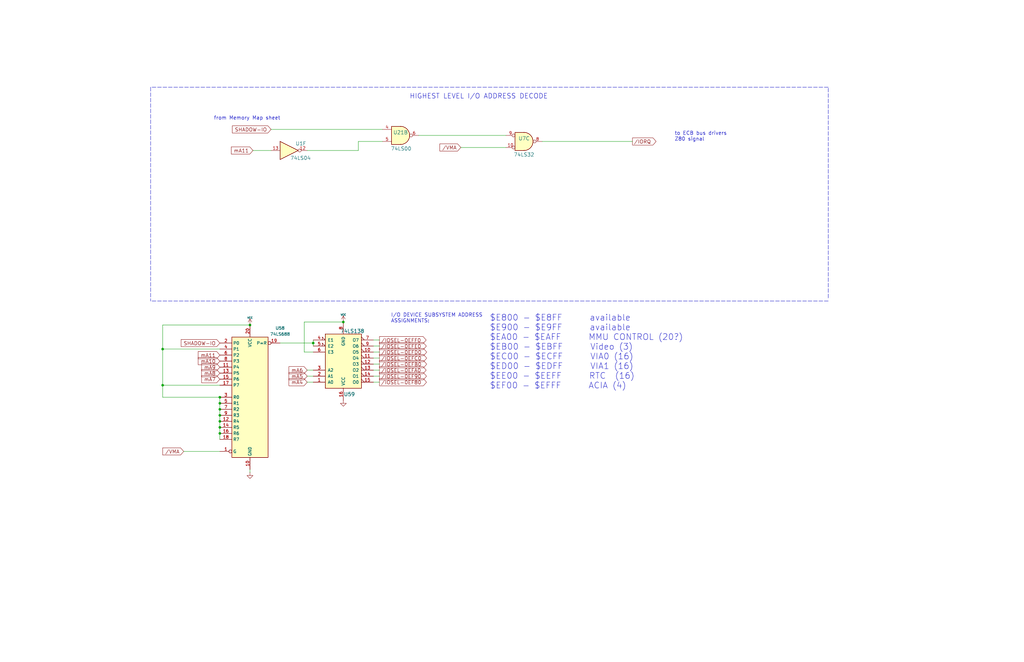
<source format=kicad_sch>
(kicad_sch
	(version 20231120)
	(generator "eeschema")
	(generator_version "8.0")
	(uuid "158081a6-a597-4050-b7f4-908c03f0a495")
	(paper "B")
	(title_block
		(title "6809PC")
		(date "2025-01-21")
		(rev "001")
		(comment 1 "https://github.com/danwerner21/6809PC")
		(comment 2 "Based on work by Andrew Lynch and John Coffman")
	)
	(lib_symbols
		(symbol "74xx:74LS00"
			(pin_names
				(offset 1.016)
			)
			(exclude_from_sim no)
			(in_bom yes)
			(on_board yes)
			(property "Reference" "U"
				(at 0 1.27 0)
				(effects
					(font
						(size 1.27 1.27)
					)
				)
			)
			(property "Value" "74LS00"
				(at 0 -1.27 0)
				(effects
					(font
						(size 1.27 1.27)
					)
				)
			)
			(property "Footprint" ""
				(at 0 0 0)
				(effects
					(font
						(size 1.27 1.27)
					)
					(hide yes)
				)
			)
			(property "Datasheet" "http://www.ti.com/lit/gpn/sn74ls00"
				(at 0 0 0)
				(effects
					(font
						(size 1.27 1.27)
					)
					(hide yes)
				)
			)
			(property "Description" "quad 2-input NAND gate"
				(at 0 0 0)
				(effects
					(font
						(size 1.27 1.27)
					)
					(hide yes)
				)
			)
			(property "ki_locked" ""
				(at 0 0 0)
				(effects
					(font
						(size 1.27 1.27)
					)
				)
			)
			(property "ki_keywords" "TTL nand 2-input"
				(at 0 0 0)
				(effects
					(font
						(size 1.27 1.27)
					)
					(hide yes)
				)
			)
			(property "ki_fp_filters" "DIP*W7.62mm* SO14*"
				(at 0 0 0)
				(effects
					(font
						(size 1.27 1.27)
					)
					(hide yes)
				)
			)
			(symbol "74LS00_1_1"
				(arc
					(start 0 -3.81)
					(mid 3.7934 0)
					(end 0 3.81)
					(stroke
						(width 0.254)
						(type default)
					)
					(fill
						(type background)
					)
				)
				(polyline
					(pts
						(xy 0 3.81) (xy -3.81 3.81) (xy -3.81 -3.81) (xy 0 -3.81)
					)
					(stroke
						(width 0.254)
						(type default)
					)
					(fill
						(type background)
					)
				)
				(pin input line
					(at -7.62 2.54 0)
					(length 3.81)
					(name "~"
						(effects
							(font
								(size 1.27 1.27)
							)
						)
					)
					(number "1"
						(effects
							(font
								(size 1.27 1.27)
							)
						)
					)
				)
				(pin input line
					(at -7.62 -2.54 0)
					(length 3.81)
					(name "~"
						(effects
							(font
								(size 1.27 1.27)
							)
						)
					)
					(number "2"
						(effects
							(font
								(size 1.27 1.27)
							)
						)
					)
				)
				(pin output inverted
					(at 7.62 0 180)
					(length 3.81)
					(name "~"
						(effects
							(font
								(size 1.27 1.27)
							)
						)
					)
					(number "3"
						(effects
							(font
								(size 1.27 1.27)
							)
						)
					)
				)
			)
			(symbol "74LS00_1_2"
				(arc
					(start -3.81 -3.81)
					(mid -2.589 0)
					(end -3.81 3.81)
					(stroke
						(width 0.254)
						(type default)
					)
					(fill
						(type none)
					)
				)
				(arc
					(start -0.6096 -3.81)
					(mid 2.1842 -2.5851)
					(end 3.81 0)
					(stroke
						(width 0.254)
						(type default)
					)
					(fill
						(type background)
					)
				)
				(polyline
					(pts
						(xy -3.81 -3.81) (xy -0.635 -3.81)
					)
					(stroke
						(width 0.254)
						(type default)
					)
					(fill
						(type background)
					)
				)
				(polyline
					(pts
						(xy -3.81 3.81) (xy -0.635 3.81)
					)
					(stroke
						(width 0.254)
						(type default)
					)
					(fill
						(type background)
					)
				)
				(polyline
					(pts
						(xy -0.635 3.81) (xy -3.81 3.81) (xy -3.81 3.81) (xy -3.556 3.4036) (xy -3.0226 2.2606) (xy -2.6924 1.0414)
						(xy -2.6162 -0.254) (xy -2.7686 -1.4986) (xy -3.175 -2.7178) (xy -3.81 -3.81) (xy -3.81 -3.81)
						(xy -0.635 -3.81)
					)
					(stroke
						(width -25.4)
						(type default)
					)
					(fill
						(type background)
					)
				)
				(arc
					(start 3.81 0)
					(mid 2.1915 2.5936)
					(end -0.6096 3.81)
					(stroke
						(width 0.254)
						(type default)
					)
					(fill
						(type background)
					)
				)
				(pin input inverted
					(at -7.62 2.54 0)
					(length 4.318)
					(name "~"
						(effects
							(font
								(size 1.27 1.27)
							)
						)
					)
					(number "1"
						(effects
							(font
								(size 1.27 1.27)
							)
						)
					)
				)
				(pin input inverted
					(at -7.62 -2.54 0)
					(length 4.318)
					(name "~"
						(effects
							(font
								(size 1.27 1.27)
							)
						)
					)
					(number "2"
						(effects
							(font
								(size 1.27 1.27)
							)
						)
					)
				)
				(pin output line
					(at 7.62 0 180)
					(length 3.81)
					(name "~"
						(effects
							(font
								(size 1.27 1.27)
							)
						)
					)
					(number "3"
						(effects
							(font
								(size 1.27 1.27)
							)
						)
					)
				)
			)
			(symbol "74LS00_2_1"
				(arc
					(start 0 -3.81)
					(mid 3.7934 0)
					(end 0 3.81)
					(stroke
						(width 0.254)
						(type default)
					)
					(fill
						(type background)
					)
				)
				(polyline
					(pts
						(xy 0 3.81) (xy -3.81 3.81) (xy -3.81 -3.81) (xy 0 -3.81)
					)
					(stroke
						(width 0.254)
						(type default)
					)
					(fill
						(type background)
					)
				)
				(pin input line
					(at -7.62 2.54 0)
					(length 3.81)
					(name "~"
						(effects
							(font
								(size 1.27 1.27)
							)
						)
					)
					(number "4"
						(effects
							(font
								(size 1.27 1.27)
							)
						)
					)
				)
				(pin input line
					(at -7.62 -2.54 0)
					(length 3.81)
					(name "~"
						(effects
							(font
								(size 1.27 1.27)
							)
						)
					)
					(number "5"
						(effects
							(font
								(size 1.27 1.27)
							)
						)
					)
				)
				(pin output inverted
					(at 7.62 0 180)
					(length 3.81)
					(name "~"
						(effects
							(font
								(size 1.27 1.27)
							)
						)
					)
					(number "6"
						(effects
							(font
								(size 1.27 1.27)
							)
						)
					)
				)
			)
			(symbol "74LS00_2_2"
				(arc
					(start -3.81 -3.81)
					(mid -2.589 0)
					(end -3.81 3.81)
					(stroke
						(width 0.254)
						(type default)
					)
					(fill
						(type none)
					)
				)
				(arc
					(start -0.6096 -3.81)
					(mid 2.1842 -2.5851)
					(end 3.81 0)
					(stroke
						(width 0.254)
						(type default)
					)
					(fill
						(type background)
					)
				)
				(polyline
					(pts
						(xy -3.81 -3.81) (xy -0.635 -3.81)
					)
					(stroke
						(width 0.254)
						(type default)
					)
					(fill
						(type background)
					)
				)
				(polyline
					(pts
						(xy -3.81 3.81) (xy -0.635 3.81)
					)
					(stroke
						(width 0.254)
						(type default)
					)
					(fill
						(type background)
					)
				)
				(polyline
					(pts
						(xy -0.635 3.81) (xy -3.81 3.81) (xy -3.81 3.81) (xy -3.556 3.4036) (xy -3.0226 2.2606) (xy -2.6924 1.0414)
						(xy -2.6162 -0.254) (xy -2.7686 -1.4986) (xy -3.175 -2.7178) (xy -3.81 -3.81) (xy -3.81 -3.81)
						(xy -0.635 -3.81)
					)
					(stroke
						(width -25.4)
						(type default)
					)
					(fill
						(type background)
					)
				)
				(arc
					(start 3.81 0)
					(mid 2.1915 2.5936)
					(end -0.6096 3.81)
					(stroke
						(width 0.254)
						(type default)
					)
					(fill
						(type background)
					)
				)
				(pin input inverted
					(at -7.62 2.54 0)
					(length 4.318)
					(name "~"
						(effects
							(font
								(size 1.27 1.27)
							)
						)
					)
					(number "4"
						(effects
							(font
								(size 1.27 1.27)
							)
						)
					)
				)
				(pin input inverted
					(at -7.62 -2.54 0)
					(length 4.318)
					(name "~"
						(effects
							(font
								(size 1.27 1.27)
							)
						)
					)
					(number "5"
						(effects
							(font
								(size 1.27 1.27)
							)
						)
					)
				)
				(pin output line
					(at 7.62 0 180)
					(length 3.81)
					(name "~"
						(effects
							(font
								(size 1.27 1.27)
							)
						)
					)
					(number "6"
						(effects
							(font
								(size 1.27 1.27)
							)
						)
					)
				)
			)
			(symbol "74LS00_3_1"
				(arc
					(start 0 -3.81)
					(mid 3.7934 0)
					(end 0 3.81)
					(stroke
						(width 0.254)
						(type default)
					)
					(fill
						(type background)
					)
				)
				(polyline
					(pts
						(xy 0 3.81) (xy -3.81 3.81) (xy -3.81 -3.81) (xy 0 -3.81)
					)
					(stroke
						(width 0.254)
						(type default)
					)
					(fill
						(type background)
					)
				)
				(pin input line
					(at -7.62 -2.54 0)
					(length 3.81)
					(name "~"
						(effects
							(font
								(size 1.27 1.27)
							)
						)
					)
					(number "10"
						(effects
							(font
								(size 1.27 1.27)
							)
						)
					)
				)
				(pin output inverted
					(at 7.62 0 180)
					(length 3.81)
					(name "~"
						(effects
							(font
								(size 1.27 1.27)
							)
						)
					)
					(number "8"
						(effects
							(font
								(size 1.27 1.27)
							)
						)
					)
				)
				(pin input line
					(at -7.62 2.54 0)
					(length 3.81)
					(name "~"
						(effects
							(font
								(size 1.27 1.27)
							)
						)
					)
					(number "9"
						(effects
							(font
								(size 1.27 1.27)
							)
						)
					)
				)
			)
			(symbol "74LS00_3_2"
				(arc
					(start -3.81 -3.81)
					(mid -2.589 0)
					(end -3.81 3.81)
					(stroke
						(width 0.254)
						(type default)
					)
					(fill
						(type none)
					)
				)
				(arc
					(start -0.6096 -3.81)
					(mid 2.1842 -2.5851)
					(end 3.81 0)
					(stroke
						(width 0.254)
						(type default)
					)
					(fill
						(type background)
					)
				)
				(polyline
					(pts
						(xy -3.81 -3.81) (xy -0.635 -3.81)
					)
					(stroke
						(width 0.254)
						(type default)
					)
					(fill
						(type background)
					)
				)
				(polyline
					(pts
						(xy -3.81 3.81) (xy -0.635 3.81)
					)
					(stroke
						(width 0.254)
						(type default)
					)
					(fill
						(type background)
					)
				)
				(polyline
					(pts
						(xy -0.635 3.81) (xy -3.81 3.81) (xy -3.81 3.81) (xy -3.556 3.4036) (xy -3.0226 2.2606) (xy -2.6924 1.0414)
						(xy -2.6162 -0.254) (xy -2.7686 -1.4986) (xy -3.175 -2.7178) (xy -3.81 -3.81) (xy -3.81 -3.81)
						(xy -0.635 -3.81)
					)
					(stroke
						(width -25.4)
						(type default)
					)
					(fill
						(type background)
					)
				)
				(arc
					(start 3.81 0)
					(mid 2.1915 2.5936)
					(end -0.6096 3.81)
					(stroke
						(width 0.254)
						(type default)
					)
					(fill
						(type background)
					)
				)
				(pin input inverted
					(at -7.62 -2.54 0)
					(length 4.318)
					(name "~"
						(effects
							(font
								(size 1.27 1.27)
							)
						)
					)
					(number "10"
						(effects
							(font
								(size 1.27 1.27)
							)
						)
					)
				)
				(pin output line
					(at 7.62 0 180)
					(length 3.81)
					(name "~"
						(effects
							(font
								(size 1.27 1.27)
							)
						)
					)
					(number "8"
						(effects
							(font
								(size 1.27 1.27)
							)
						)
					)
				)
				(pin input inverted
					(at -7.62 2.54 0)
					(length 4.318)
					(name "~"
						(effects
							(font
								(size 1.27 1.27)
							)
						)
					)
					(number "9"
						(effects
							(font
								(size 1.27 1.27)
							)
						)
					)
				)
			)
			(symbol "74LS00_4_1"
				(arc
					(start 0 -3.81)
					(mid 3.7934 0)
					(end 0 3.81)
					(stroke
						(width 0.254)
						(type default)
					)
					(fill
						(type background)
					)
				)
				(polyline
					(pts
						(xy 0 3.81) (xy -3.81 3.81) (xy -3.81 -3.81) (xy 0 -3.81)
					)
					(stroke
						(width 0.254)
						(type default)
					)
					(fill
						(type background)
					)
				)
				(pin output inverted
					(at 7.62 0 180)
					(length 3.81)
					(name "~"
						(effects
							(font
								(size 1.27 1.27)
							)
						)
					)
					(number "11"
						(effects
							(font
								(size 1.27 1.27)
							)
						)
					)
				)
				(pin input line
					(at -7.62 2.54 0)
					(length 3.81)
					(name "~"
						(effects
							(font
								(size 1.27 1.27)
							)
						)
					)
					(number "12"
						(effects
							(font
								(size 1.27 1.27)
							)
						)
					)
				)
				(pin input line
					(at -7.62 -2.54 0)
					(length 3.81)
					(name "~"
						(effects
							(font
								(size 1.27 1.27)
							)
						)
					)
					(number "13"
						(effects
							(font
								(size 1.27 1.27)
							)
						)
					)
				)
			)
			(symbol "74LS00_4_2"
				(arc
					(start -3.81 -3.81)
					(mid -2.589 0)
					(end -3.81 3.81)
					(stroke
						(width 0.254)
						(type default)
					)
					(fill
						(type none)
					)
				)
				(arc
					(start -0.6096 -3.81)
					(mid 2.1842 -2.5851)
					(end 3.81 0)
					(stroke
						(width 0.254)
						(type default)
					)
					(fill
						(type background)
					)
				)
				(polyline
					(pts
						(xy -3.81 -3.81) (xy -0.635 -3.81)
					)
					(stroke
						(width 0.254)
						(type default)
					)
					(fill
						(type background)
					)
				)
				(polyline
					(pts
						(xy -3.81 3.81) (xy -0.635 3.81)
					)
					(stroke
						(width 0.254)
						(type default)
					)
					(fill
						(type background)
					)
				)
				(polyline
					(pts
						(xy -0.635 3.81) (xy -3.81 3.81) (xy -3.81 3.81) (xy -3.556 3.4036) (xy -3.0226 2.2606) (xy -2.6924 1.0414)
						(xy -2.6162 -0.254) (xy -2.7686 -1.4986) (xy -3.175 -2.7178) (xy -3.81 -3.81) (xy -3.81 -3.81)
						(xy -0.635 -3.81)
					)
					(stroke
						(width -25.4)
						(type default)
					)
					(fill
						(type background)
					)
				)
				(arc
					(start 3.81 0)
					(mid 2.1915 2.5936)
					(end -0.6096 3.81)
					(stroke
						(width 0.254)
						(type default)
					)
					(fill
						(type background)
					)
				)
				(pin output line
					(at 7.62 0 180)
					(length 3.81)
					(name "~"
						(effects
							(font
								(size 1.27 1.27)
							)
						)
					)
					(number "11"
						(effects
							(font
								(size 1.27 1.27)
							)
						)
					)
				)
				(pin input inverted
					(at -7.62 2.54 0)
					(length 4.318)
					(name "~"
						(effects
							(font
								(size 1.27 1.27)
							)
						)
					)
					(number "12"
						(effects
							(font
								(size 1.27 1.27)
							)
						)
					)
				)
				(pin input inverted
					(at -7.62 -2.54 0)
					(length 4.318)
					(name "~"
						(effects
							(font
								(size 1.27 1.27)
							)
						)
					)
					(number "13"
						(effects
							(font
								(size 1.27 1.27)
							)
						)
					)
				)
			)
			(symbol "74LS00_5_0"
				(pin power_in line
					(at 0 12.7 270)
					(length 5.08)
					(name "VCC"
						(effects
							(font
								(size 1.27 1.27)
							)
						)
					)
					(number "14"
						(effects
							(font
								(size 1.27 1.27)
							)
						)
					)
				)
				(pin power_in line
					(at 0 -12.7 90)
					(length 5.08)
					(name "GND"
						(effects
							(font
								(size 1.27 1.27)
							)
						)
					)
					(number "7"
						(effects
							(font
								(size 1.27 1.27)
							)
						)
					)
				)
			)
			(symbol "74LS00_5_1"
				(rectangle
					(start -5.08 7.62)
					(end 5.08 -7.62)
					(stroke
						(width 0.254)
						(type default)
					)
					(fill
						(type background)
					)
				)
			)
		)
		(symbol "74xx:74LS04"
			(exclude_from_sim no)
			(in_bom yes)
			(on_board yes)
			(property "Reference" "U"
				(at 0 1.27 0)
				(effects
					(font
						(size 1.27 1.27)
					)
				)
			)
			(property "Value" "74LS04"
				(at 0 -1.27 0)
				(effects
					(font
						(size 1.27 1.27)
					)
				)
			)
			(property "Footprint" ""
				(at 0 0 0)
				(effects
					(font
						(size 1.27 1.27)
					)
					(hide yes)
				)
			)
			(property "Datasheet" "http://www.ti.com/lit/gpn/sn74LS04"
				(at 0 0 0)
				(effects
					(font
						(size 1.27 1.27)
					)
					(hide yes)
				)
			)
			(property "Description" "Hex Inverter"
				(at 0 0 0)
				(effects
					(font
						(size 1.27 1.27)
					)
					(hide yes)
				)
			)
			(property "ki_locked" ""
				(at 0 0 0)
				(effects
					(font
						(size 1.27 1.27)
					)
				)
			)
			(property "ki_keywords" "TTL not inv"
				(at 0 0 0)
				(effects
					(font
						(size 1.27 1.27)
					)
					(hide yes)
				)
			)
			(property "ki_fp_filters" "DIP*W7.62mm* SSOP?14* TSSOP?14*"
				(at 0 0 0)
				(effects
					(font
						(size 1.27 1.27)
					)
					(hide yes)
				)
			)
			(symbol "74LS04_1_0"
				(polyline
					(pts
						(xy -3.81 3.81) (xy -3.81 -3.81) (xy 3.81 0) (xy -3.81 3.81)
					)
					(stroke
						(width 0.254)
						(type default)
					)
					(fill
						(type background)
					)
				)
				(pin input line
					(at -7.62 0 0)
					(length 3.81)
					(name "~"
						(effects
							(font
								(size 1.27 1.27)
							)
						)
					)
					(number "1"
						(effects
							(font
								(size 1.27 1.27)
							)
						)
					)
				)
				(pin output inverted
					(at 7.62 0 180)
					(length 3.81)
					(name "~"
						(effects
							(font
								(size 1.27 1.27)
							)
						)
					)
					(number "2"
						(effects
							(font
								(size 1.27 1.27)
							)
						)
					)
				)
			)
			(symbol "74LS04_2_0"
				(polyline
					(pts
						(xy -3.81 3.81) (xy -3.81 -3.81) (xy 3.81 0) (xy -3.81 3.81)
					)
					(stroke
						(width 0.254)
						(type default)
					)
					(fill
						(type background)
					)
				)
				(pin input line
					(at -7.62 0 0)
					(length 3.81)
					(name "~"
						(effects
							(font
								(size 1.27 1.27)
							)
						)
					)
					(number "3"
						(effects
							(font
								(size 1.27 1.27)
							)
						)
					)
				)
				(pin output inverted
					(at 7.62 0 180)
					(length 3.81)
					(name "~"
						(effects
							(font
								(size 1.27 1.27)
							)
						)
					)
					(number "4"
						(effects
							(font
								(size 1.27 1.27)
							)
						)
					)
				)
			)
			(symbol "74LS04_3_0"
				(polyline
					(pts
						(xy -3.81 3.81) (xy -3.81 -3.81) (xy 3.81 0) (xy -3.81 3.81)
					)
					(stroke
						(width 0.254)
						(type default)
					)
					(fill
						(type background)
					)
				)
				(pin input line
					(at -7.62 0 0)
					(length 3.81)
					(name "~"
						(effects
							(font
								(size 1.27 1.27)
							)
						)
					)
					(number "5"
						(effects
							(font
								(size 1.27 1.27)
							)
						)
					)
				)
				(pin output inverted
					(at 7.62 0 180)
					(length 3.81)
					(name "~"
						(effects
							(font
								(size 1.27 1.27)
							)
						)
					)
					(number "6"
						(effects
							(font
								(size 1.27 1.27)
							)
						)
					)
				)
			)
			(symbol "74LS04_4_0"
				(polyline
					(pts
						(xy -3.81 3.81) (xy -3.81 -3.81) (xy 3.81 0) (xy -3.81 3.81)
					)
					(stroke
						(width 0.254)
						(type default)
					)
					(fill
						(type background)
					)
				)
				(pin output inverted
					(at 7.62 0 180)
					(length 3.81)
					(name "~"
						(effects
							(font
								(size 1.27 1.27)
							)
						)
					)
					(number "8"
						(effects
							(font
								(size 1.27 1.27)
							)
						)
					)
				)
				(pin input line
					(at -7.62 0 0)
					(length 3.81)
					(name "~"
						(effects
							(font
								(size 1.27 1.27)
							)
						)
					)
					(number "9"
						(effects
							(font
								(size 1.27 1.27)
							)
						)
					)
				)
			)
			(symbol "74LS04_5_0"
				(polyline
					(pts
						(xy -3.81 3.81) (xy -3.81 -3.81) (xy 3.81 0) (xy -3.81 3.81)
					)
					(stroke
						(width 0.254)
						(type default)
					)
					(fill
						(type background)
					)
				)
				(pin output inverted
					(at 7.62 0 180)
					(length 3.81)
					(name "~"
						(effects
							(font
								(size 1.27 1.27)
							)
						)
					)
					(number "10"
						(effects
							(font
								(size 1.27 1.27)
							)
						)
					)
				)
				(pin input line
					(at -7.62 0 0)
					(length 3.81)
					(name "~"
						(effects
							(font
								(size 1.27 1.27)
							)
						)
					)
					(number "11"
						(effects
							(font
								(size 1.27 1.27)
							)
						)
					)
				)
			)
			(symbol "74LS04_6_0"
				(polyline
					(pts
						(xy -3.81 3.81) (xy -3.81 -3.81) (xy 3.81 0) (xy -3.81 3.81)
					)
					(stroke
						(width 0.254)
						(type default)
					)
					(fill
						(type background)
					)
				)
				(pin output inverted
					(at 7.62 0 180)
					(length 3.81)
					(name "~"
						(effects
							(font
								(size 1.27 1.27)
							)
						)
					)
					(number "12"
						(effects
							(font
								(size 1.27 1.27)
							)
						)
					)
				)
				(pin input line
					(at -7.62 0 0)
					(length 3.81)
					(name "~"
						(effects
							(font
								(size 1.27 1.27)
							)
						)
					)
					(number "13"
						(effects
							(font
								(size 1.27 1.27)
							)
						)
					)
				)
			)
			(symbol "74LS04_7_0"
				(pin power_in line
					(at 0 12.7 270)
					(length 5.08)
					(name "VCC"
						(effects
							(font
								(size 1.27 1.27)
							)
						)
					)
					(number "14"
						(effects
							(font
								(size 1.27 1.27)
							)
						)
					)
				)
				(pin power_in line
					(at 0 -12.7 90)
					(length 5.08)
					(name "GND"
						(effects
							(font
								(size 1.27 1.27)
							)
						)
					)
					(number "7"
						(effects
							(font
								(size 1.27 1.27)
							)
						)
					)
				)
			)
			(symbol "74LS04_7_1"
				(rectangle
					(start -5.08 7.62)
					(end 5.08 -7.62)
					(stroke
						(width 0.254)
						(type default)
					)
					(fill
						(type background)
					)
				)
			)
		)
		(symbol "74xx:74LS138"
			(pin_names
				(offset 1.016)
			)
			(exclude_from_sim no)
			(in_bom yes)
			(on_board yes)
			(property "Reference" "U"
				(at -7.62 11.43 0)
				(effects
					(font
						(size 1.27 1.27)
					)
				)
			)
			(property "Value" "74LS138"
				(at -7.62 -13.97 0)
				(effects
					(font
						(size 1.27 1.27)
					)
				)
			)
			(property "Footprint" ""
				(at 0 0 0)
				(effects
					(font
						(size 1.27 1.27)
					)
					(hide yes)
				)
			)
			(property "Datasheet" "http://www.ti.com/lit/gpn/sn74LS138"
				(at 0 0 0)
				(effects
					(font
						(size 1.27 1.27)
					)
					(hide yes)
				)
			)
			(property "Description" "Decoder 3 to 8 active low outputs"
				(at 0 0 0)
				(effects
					(font
						(size 1.27 1.27)
					)
					(hide yes)
				)
			)
			(property "ki_locked" ""
				(at 0 0 0)
				(effects
					(font
						(size 1.27 1.27)
					)
				)
			)
			(property "ki_keywords" "TTL DECOD DECOD8"
				(at 0 0 0)
				(effects
					(font
						(size 1.27 1.27)
					)
					(hide yes)
				)
			)
			(property "ki_fp_filters" "DIP?16*"
				(at 0 0 0)
				(effects
					(font
						(size 1.27 1.27)
					)
					(hide yes)
				)
			)
			(symbol "74LS138_1_0"
				(pin input line
					(at -12.7 7.62 0)
					(length 5.08)
					(name "A0"
						(effects
							(font
								(size 1.27 1.27)
							)
						)
					)
					(number "1"
						(effects
							(font
								(size 1.27 1.27)
							)
						)
					)
				)
				(pin output output_low
					(at 12.7 -5.08 180)
					(length 5.08)
					(name "O5"
						(effects
							(font
								(size 1.27 1.27)
							)
						)
					)
					(number "10"
						(effects
							(font
								(size 1.27 1.27)
							)
						)
					)
				)
				(pin output output_low
					(at 12.7 -2.54 180)
					(length 5.08)
					(name "O4"
						(effects
							(font
								(size 1.27 1.27)
							)
						)
					)
					(number "11"
						(effects
							(font
								(size 1.27 1.27)
							)
						)
					)
				)
				(pin output output_low
					(at 12.7 0 180)
					(length 5.08)
					(name "O3"
						(effects
							(font
								(size 1.27 1.27)
							)
						)
					)
					(number "12"
						(effects
							(font
								(size 1.27 1.27)
							)
						)
					)
				)
				(pin output output_low
					(at 12.7 2.54 180)
					(length 5.08)
					(name "O2"
						(effects
							(font
								(size 1.27 1.27)
							)
						)
					)
					(number "13"
						(effects
							(font
								(size 1.27 1.27)
							)
						)
					)
				)
				(pin output output_low
					(at 12.7 5.08 180)
					(length 5.08)
					(name "O1"
						(effects
							(font
								(size 1.27 1.27)
							)
						)
					)
					(number "14"
						(effects
							(font
								(size 1.27 1.27)
							)
						)
					)
				)
				(pin output output_low
					(at 12.7 7.62 180)
					(length 5.08)
					(name "O0"
						(effects
							(font
								(size 1.27 1.27)
							)
						)
					)
					(number "15"
						(effects
							(font
								(size 1.27 1.27)
							)
						)
					)
				)
				(pin power_in line
					(at 0 15.24 270)
					(length 5.08)
					(name "VCC"
						(effects
							(font
								(size 1.27 1.27)
							)
						)
					)
					(number "16"
						(effects
							(font
								(size 1.27 1.27)
							)
						)
					)
				)
				(pin input line
					(at -12.7 5.08 0)
					(length 5.08)
					(name "A1"
						(effects
							(font
								(size 1.27 1.27)
							)
						)
					)
					(number "2"
						(effects
							(font
								(size 1.27 1.27)
							)
						)
					)
				)
				(pin input line
					(at -12.7 2.54 0)
					(length 5.08)
					(name "A2"
						(effects
							(font
								(size 1.27 1.27)
							)
						)
					)
					(number "3"
						(effects
							(font
								(size 1.27 1.27)
							)
						)
					)
				)
				(pin input input_low
					(at -12.7 -10.16 0)
					(length 5.08)
					(name "E1"
						(effects
							(font
								(size 1.27 1.27)
							)
						)
					)
					(number "4"
						(effects
							(font
								(size 1.27 1.27)
							)
						)
					)
				)
				(pin input input_low
					(at -12.7 -7.62 0)
					(length 5.08)
					(name "E2"
						(effects
							(font
								(size 1.27 1.27)
							)
						)
					)
					(number "5"
						(effects
							(font
								(size 1.27 1.27)
							)
						)
					)
				)
				(pin input line
					(at -12.7 -5.08 0)
					(length 5.08)
					(name "E3"
						(effects
							(font
								(size 1.27 1.27)
							)
						)
					)
					(number "6"
						(effects
							(font
								(size 1.27 1.27)
							)
						)
					)
				)
				(pin output output_low
					(at 12.7 -10.16 180)
					(length 5.08)
					(name "O7"
						(effects
							(font
								(size 1.27 1.27)
							)
						)
					)
					(number "7"
						(effects
							(font
								(size 1.27 1.27)
							)
						)
					)
				)
				(pin power_in line
					(at 0 -17.78 90)
					(length 5.08)
					(name "GND"
						(effects
							(font
								(size 1.27 1.27)
							)
						)
					)
					(number "8"
						(effects
							(font
								(size 1.27 1.27)
							)
						)
					)
				)
				(pin output output_low
					(at 12.7 -7.62 180)
					(length 5.08)
					(name "O6"
						(effects
							(font
								(size 1.27 1.27)
							)
						)
					)
					(number "9"
						(effects
							(font
								(size 1.27 1.27)
							)
						)
					)
				)
			)
			(symbol "74LS138_1_1"
				(rectangle
					(start -7.62 10.16)
					(end 7.62 -12.7)
					(stroke
						(width 0.254)
						(type default)
					)
					(fill
						(type background)
					)
				)
			)
		)
		(symbol "74xx:74LS32"
			(pin_names
				(offset 1.016)
			)
			(exclude_from_sim no)
			(in_bom yes)
			(on_board yes)
			(property "Reference" "U"
				(at 0 1.27 0)
				(effects
					(font
						(size 1.27 1.27)
					)
				)
			)
			(property "Value" "74LS32"
				(at 0 -1.27 0)
				(effects
					(font
						(size 1.27 1.27)
					)
				)
			)
			(property "Footprint" ""
				(at 0 0 0)
				(effects
					(font
						(size 1.27 1.27)
					)
					(hide yes)
				)
			)
			(property "Datasheet" "http://www.ti.com/lit/gpn/sn74LS32"
				(at 0 0 0)
				(effects
					(font
						(size 1.27 1.27)
					)
					(hide yes)
				)
			)
			(property "Description" "Quad 2-input OR"
				(at 0 0 0)
				(effects
					(font
						(size 1.27 1.27)
					)
					(hide yes)
				)
			)
			(property "ki_locked" ""
				(at 0 0 0)
				(effects
					(font
						(size 1.27 1.27)
					)
				)
			)
			(property "ki_keywords" "TTL Or2"
				(at 0 0 0)
				(effects
					(font
						(size 1.27 1.27)
					)
					(hide yes)
				)
			)
			(property "ki_fp_filters" "DIP?14*"
				(at 0 0 0)
				(effects
					(font
						(size 1.27 1.27)
					)
					(hide yes)
				)
			)
			(symbol "74LS32_1_1"
				(arc
					(start -3.81 -3.81)
					(mid -2.589 0)
					(end -3.81 3.81)
					(stroke
						(width 0.254)
						(type default)
					)
					(fill
						(type none)
					)
				)
				(arc
					(start -0.6096 -3.81)
					(mid 2.1842 -2.5851)
					(end 3.81 0)
					(stroke
						(width 0.254)
						(type default)
					)
					(fill
						(type background)
					)
				)
				(polyline
					(pts
						(xy -3.81 -3.81) (xy -0.635 -3.81)
					)
					(stroke
						(width 0.254)
						(type default)
					)
					(fill
						(type background)
					)
				)
				(polyline
					(pts
						(xy -3.81 3.81) (xy -0.635 3.81)
					)
					(stroke
						(width 0.254)
						(type default)
					)
					(fill
						(type background)
					)
				)
				(polyline
					(pts
						(xy -0.635 3.81) (xy -3.81 3.81) (xy -3.81 3.81) (xy -3.556 3.4036) (xy -3.0226 2.2606) (xy -2.6924 1.0414)
						(xy -2.6162 -0.254) (xy -2.7686 -1.4986) (xy -3.175 -2.7178) (xy -3.81 -3.81) (xy -3.81 -3.81)
						(xy -0.635 -3.81)
					)
					(stroke
						(width -25.4)
						(type default)
					)
					(fill
						(type background)
					)
				)
				(arc
					(start 3.81 0)
					(mid 2.1915 2.5936)
					(end -0.6096 3.81)
					(stroke
						(width 0.254)
						(type default)
					)
					(fill
						(type background)
					)
				)
				(pin input line
					(at -7.62 2.54 0)
					(length 4.318)
					(name "~"
						(effects
							(font
								(size 1.27 1.27)
							)
						)
					)
					(number "1"
						(effects
							(font
								(size 1.27 1.27)
							)
						)
					)
				)
				(pin input line
					(at -7.62 -2.54 0)
					(length 4.318)
					(name "~"
						(effects
							(font
								(size 1.27 1.27)
							)
						)
					)
					(number "2"
						(effects
							(font
								(size 1.27 1.27)
							)
						)
					)
				)
				(pin output line
					(at 7.62 0 180)
					(length 3.81)
					(name "~"
						(effects
							(font
								(size 1.27 1.27)
							)
						)
					)
					(number "3"
						(effects
							(font
								(size 1.27 1.27)
							)
						)
					)
				)
			)
			(symbol "74LS32_1_2"
				(arc
					(start 0 -3.81)
					(mid 3.7934 0)
					(end 0 3.81)
					(stroke
						(width 0.254)
						(type default)
					)
					(fill
						(type background)
					)
				)
				(polyline
					(pts
						(xy 0 3.81) (xy -3.81 3.81) (xy -3.81 -3.81) (xy 0 -3.81)
					)
					(stroke
						(width 0.254)
						(type default)
					)
					(fill
						(type background)
					)
				)
				(pin input inverted
					(at -7.62 2.54 0)
					(length 3.81)
					(name "~"
						(effects
							(font
								(size 1.27 1.27)
							)
						)
					)
					(number "1"
						(effects
							(font
								(size 1.27 1.27)
							)
						)
					)
				)
				(pin input inverted
					(at -7.62 -2.54 0)
					(length 3.81)
					(name "~"
						(effects
							(font
								(size 1.27 1.27)
							)
						)
					)
					(number "2"
						(effects
							(font
								(size 1.27 1.27)
							)
						)
					)
				)
				(pin output inverted
					(at 7.62 0 180)
					(length 3.81)
					(name "~"
						(effects
							(font
								(size 1.27 1.27)
							)
						)
					)
					(number "3"
						(effects
							(font
								(size 1.27 1.27)
							)
						)
					)
				)
			)
			(symbol "74LS32_2_1"
				(arc
					(start -3.81 -3.81)
					(mid -2.589 0)
					(end -3.81 3.81)
					(stroke
						(width 0.254)
						(type default)
					)
					(fill
						(type none)
					)
				)
				(arc
					(start -0.6096 -3.81)
					(mid 2.1842 -2.5851)
					(end 3.81 0)
					(stroke
						(width 0.254)
						(type default)
					)
					(fill
						(type background)
					)
				)
				(polyline
					(pts
						(xy -3.81 -3.81) (xy -0.635 -3.81)
					)
					(stroke
						(width 0.254)
						(type default)
					)
					(fill
						(type background)
					)
				)
				(polyline
					(pts
						(xy -3.81 3.81) (xy -0.635 3.81)
					)
					(stroke
						(width 0.254)
						(type default)
					)
					(fill
						(type background)
					)
				)
				(polyline
					(pts
						(xy -0.635 3.81) (xy -3.81 3.81) (xy -3.81 3.81) (xy -3.556 3.4036) (xy -3.0226 2.2606) (xy -2.6924 1.0414)
						(xy -2.6162 -0.254) (xy -2.7686 -1.4986) (xy -3.175 -2.7178) (xy -3.81 -3.81) (xy -3.81 -3.81)
						(xy -0.635 -3.81)
					)
					(stroke
						(width -25.4)
						(type default)
					)
					(fill
						(type background)
					)
				)
				(arc
					(start 3.81 0)
					(mid 2.1915 2.5936)
					(end -0.6096 3.81)
					(stroke
						(width 0.254)
						(type default)
					)
					(fill
						(type background)
					)
				)
				(pin input line
					(at -7.62 2.54 0)
					(length 4.318)
					(name "~"
						(effects
							(font
								(size 1.27 1.27)
							)
						)
					)
					(number "4"
						(effects
							(font
								(size 1.27 1.27)
							)
						)
					)
				)
				(pin input line
					(at -7.62 -2.54 0)
					(length 4.318)
					(name "~"
						(effects
							(font
								(size 1.27 1.27)
							)
						)
					)
					(number "5"
						(effects
							(font
								(size 1.27 1.27)
							)
						)
					)
				)
				(pin output line
					(at 7.62 0 180)
					(length 3.81)
					(name "~"
						(effects
							(font
								(size 1.27 1.27)
							)
						)
					)
					(number "6"
						(effects
							(font
								(size 1.27 1.27)
							)
						)
					)
				)
			)
			(symbol "74LS32_2_2"
				(arc
					(start 0 -3.81)
					(mid 3.7934 0)
					(end 0 3.81)
					(stroke
						(width 0.254)
						(type default)
					)
					(fill
						(type background)
					)
				)
				(polyline
					(pts
						(xy 0 3.81) (xy -3.81 3.81) (xy -3.81 -3.81) (xy 0 -3.81)
					)
					(stroke
						(width 0.254)
						(type default)
					)
					(fill
						(type background)
					)
				)
				(pin input inverted
					(at -7.62 2.54 0)
					(length 3.81)
					(name "~"
						(effects
							(font
								(size 1.27 1.27)
							)
						)
					)
					(number "4"
						(effects
							(font
								(size 1.27 1.27)
							)
						)
					)
				)
				(pin input inverted
					(at -7.62 -2.54 0)
					(length 3.81)
					(name "~"
						(effects
							(font
								(size 1.27 1.27)
							)
						)
					)
					(number "5"
						(effects
							(font
								(size 1.27 1.27)
							)
						)
					)
				)
				(pin output inverted
					(at 7.62 0 180)
					(length 3.81)
					(name "~"
						(effects
							(font
								(size 1.27 1.27)
							)
						)
					)
					(number "6"
						(effects
							(font
								(size 1.27 1.27)
							)
						)
					)
				)
			)
			(symbol "74LS32_3_1"
				(arc
					(start -3.81 -3.81)
					(mid -2.589 0)
					(end -3.81 3.81)
					(stroke
						(width 0.254)
						(type default)
					)
					(fill
						(type none)
					)
				)
				(arc
					(start -0.6096 -3.81)
					(mid 2.1842 -2.5851)
					(end 3.81 0)
					(stroke
						(width 0.254)
						(type default)
					)
					(fill
						(type background)
					)
				)
				(polyline
					(pts
						(xy -3.81 -3.81) (xy -0.635 -3.81)
					)
					(stroke
						(width 0.254)
						(type default)
					)
					(fill
						(type background)
					)
				)
				(polyline
					(pts
						(xy -3.81 3.81) (xy -0.635 3.81)
					)
					(stroke
						(width 0.254)
						(type default)
					)
					(fill
						(type background)
					)
				)
				(polyline
					(pts
						(xy -0.635 3.81) (xy -3.81 3.81) (xy -3.81 3.81) (xy -3.556 3.4036) (xy -3.0226 2.2606) (xy -2.6924 1.0414)
						(xy -2.6162 -0.254) (xy -2.7686 -1.4986) (xy -3.175 -2.7178) (xy -3.81 -3.81) (xy -3.81 -3.81)
						(xy -0.635 -3.81)
					)
					(stroke
						(width -25.4)
						(type default)
					)
					(fill
						(type background)
					)
				)
				(arc
					(start 3.81 0)
					(mid 2.1915 2.5936)
					(end -0.6096 3.81)
					(stroke
						(width 0.254)
						(type default)
					)
					(fill
						(type background)
					)
				)
				(pin input line
					(at -7.62 -2.54 0)
					(length 4.318)
					(name "~"
						(effects
							(font
								(size 1.27 1.27)
							)
						)
					)
					(number "10"
						(effects
							(font
								(size 1.27 1.27)
							)
						)
					)
				)
				(pin output line
					(at 7.62 0 180)
					(length 3.81)
					(name "~"
						(effects
							(font
								(size 1.27 1.27)
							)
						)
					)
					(number "8"
						(effects
							(font
								(size 1.27 1.27)
							)
						)
					)
				)
				(pin input line
					(at -7.62 2.54 0)
					(length 4.318)
					(name "~"
						(effects
							(font
								(size 1.27 1.27)
							)
						)
					)
					(number "9"
						(effects
							(font
								(size 1.27 1.27)
							)
						)
					)
				)
			)
			(symbol "74LS32_3_2"
				(arc
					(start 0 -3.81)
					(mid 3.7934 0)
					(end 0 3.81)
					(stroke
						(width 0.254)
						(type default)
					)
					(fill
						(type background)
					)
				)
				(polyline
					(pts
						(xy 0 3.81) (xy -3.81 3.81) (xy -3.81 -3.81) (xy 0 -3.81)
					)
					(stroke
						(width 0.254)
						(type default)
					)
					(fill
						(type background)
					)
				)
				(pin input inverted
					(at -7.62 -2.54 0)
					(length 3.81)
					(name "~"
						(effects
							(font
								(size 1.27 1.27)
							)
						)
					)
					(number "10"
						(effects
							(font
								(size 1.27 1.27)
							)
						)
					)
				)
				(pin output inverted
					(at 7.62 0 180)
					(length 3.81)
					(name "~"
						(effects
							(font
								(size 1.27 1.27)
							)
						)
					)
					(number "8"
						(effects
							(font
								(size 1.27 1.27)
							)
						)
					)
				)
				(pin input inverted
					(at -7.62 2.54 0)
					(length 3.81)
					(name "~"
						(effects
							(font
								(size 1.27 1.27)
							)
						)
					)
					(number "9"
						(effects
							(font
								(size 1.27 1.27)
							)
						)
					)
				)
			)
			(symbol "74LS32_4_1"
				(arc
					(start -3.81 -3.81)
					(mid -2.589 0)
					(end -3.81 3.81)
					(stroke
						(width 0.254)
						(type default)
					)
					(fill
						(type none)
					)
				)
				(arc
					(start -0.6096 -3.81)
					(mid 2.1842 -2.5851)
					(end 3.81 0)
					(stroke
						(width 0.254)
						(type default)
					)
					(fill
						(type background)
					)
				)
				(polyline
					(pts
						(xy -3.81 -3.81) (xy -0.635 -3.81)
					)
					(stroke
						(width 0.254)
						(type default)
					)
					(fill
						(type background)
					)
				)
				(polyline
					(pts
						(xy -3.81 3.81) (xy -0.635 3.81)
					)
					(stroke
						(width 0.254)
						(type default)
					)
					(fill
						(type background)
					)
				)
				(polyline
					(pts
						(xy -0.635 3.81) (xy -3.81 3.81) (xy -3.81 3.81) (xy -3.556 3.4036) (xy -3.0226 2.2606) (xy -2.6924 1.0414)
						(xy -2.6162 -0.254) (xy -2.7686 -1.4986) (xy -3.175 -2.7178) (xy -3.81 -3.81) (xy -3.81 -3.81)
						(xy -0.635 -3.81)
					)
					(stroke
						(width -25.4)
						(type default)
					)
					(fill
						(type background)
					)
				)
				(arc
					(start 3.81 0)
					(mid 2.1915 2.5936)
					(end -0.6096 3.81)
					(stroke
						(width 0.254)
						(type default)
					)
					(fill
						(type background)
					)
				)
				(pin output line
					(at 7.62 0 180)
					(length 3.81)
					(name "~"
						(effects
							(font
								(size 1.27 1.27)
							)
						)
					)
					(number "11"
						(effects
							(font
								(size 1.27 1.27)
							)
						)
					)
				)
				(pin input line
					(at -7.62 2.54 0)
					(length 4.318)
					(name "~"
						(effects
							(font
								(size 1.27 1.27)
							)
						)
					)
					(number "12"
						(effects
							(font
								(size 1.27 1.27)
							)
						)
					)
				)
				(pin input line
					(at -7.62 -2.54 0)
					(length 4.318)
					(name "~"
						(effects
							(font
								(size 1.27 1.27)
							)
						)
					)
					(number "13"
						(effects
							(font
								(size 1.27 1.27)
							)
						)
					)
				)
			)
			(symbol "74LS32_4_2"
				(arc
					(start 0 -3.81)
					(mid 3.7934 0)
					(end 0 3.81)
					(stroke
						(width 0.254)
						(type default)
					)
					(fill
						(type background)
					)
				)
				(polyline
					(pts
						(xy 0 3.81) (xy -3.81 3.81) (xy -3.81 -3.81) (xy 0 -3.81)
					)
					(stroke
						(width 0.254)
						(type default)
					)
					(fill
						(type background)
					)
				)
				(pin output inverted
					(at 7.62 0 180)
					(length 3.81)
					(name "~"
						(effects
							(font
								(size 1.27 1.27)
							)
						)
					)
					(number "11"
						(effects
							(font
								(size 1.27 1.27)
							)
						)
					)
				)
				(pin input inverted
					(at -7.62 2.54 0)
					(length 3.81)
					(name "~"
						(effects
							(font
								(size 1.27 1.27)
							)
						)
					)
					(number "12"
						(effects
							(font
								(size 1.27 1.27)
							)
						)
					)
				)
				(pin input inverted
					(at -7.62 -2.54 0)
					(length 3.81)
					(name "~"
						(effects
							(font
								(size 1.27 1.27)
							)
						)
					)
					(number "13"
						(effects
							(font
								(size 1.27 1.27)
							)
						)
					)
				)
			)
			(symbol "74LS32_5_0"
				(pin power_in line
					(at 0 12.7 270)
					(length 5.08)
					(name "VCC"
						(effects
							(font
								(size 1.27 1.27)
							)
						)
					)
					(number "14"
						(effects
							(font
								(size 1.27 1.27)
							)
						)
					)
				)
				(pin power_in line
					(at 0 -12.7 90)
					(length 5.08)
					(name "GND"
						(effects
							(font
								(size 1.27 1.27)
							)
						)
					)
					(number "7"
						(effects
							(font
								(size 1.27 1.27)
							)
						)
					)
				)
			)
			(symbol "74LS32_5_1"
				(rectangle
					(start -5.08 7.62)
					(end 5.08 -7.62)
					(stroke
						(width 0.254)
						(type default)
					)
					(fill
						(type background)
					)
				)
			)
		)
		(symbol "74xx:74LS688"
			(exclude_from_sim no)
			(in_bom yes)
			(on_board yes)
			(property "Reference" "U"
				(at -7.62 26.67 0)
				(effects
					(font
						(size 1.27 1.27)
					)
				)
			)
			(property "Value" "74LS688"
				(at -7.62 -26.67 0)
				(effects
					(font
						(size 1.27 1.27)
					)
				)
			)
			(property "Footprint" ""
				(at 0 0 0)
				(effects
					(font
						(size 1.27 1.27)
					)
					(hide yes)
				)
			)
			(property "Datasheet" "http://www.ti.com/lit/gpn/sn74LS688"
				(at 0 0 0)
				(effects
					(font
						(size 1.27 1.27)
					)
					(hide yes)
				)
			)
			(property "Description" "8-bit magnitude comparator"
				(at 0 0 0)
				(effects
					(font
						(size 1.27 1.27)
					)
					(hide yes)
				)
			)
			(property "ki_keywords" "TTL DECOD Arith"
				(at 0 0 0)
				(effects
					(font
						(size 1.27 1.27)
					)
					(hide yes)
				)
			)
			(property "ki_fp_filters" "DIP?20* SOIC?20* SO?20* TSSOP?20*"
				(at 0 0 0)
				(effects
					(font
						(size 1.27 1.27)
					)
					(hide yes)
				)
			)
			(symbol "74LS688_1_0"
				(pin input inverted
					(at -12.7 -22.86 0)
					(length 5.08)
					(name "G"
						(effects
							(font
								(size 1.27 1.27)
							)
						)
					)
					(number "1"
						(effects
							(font
								(size 1.27 1.27)
							)
						)
					)
				)
				(pin power_in line
					(at 0 -30.48 90)
					(length 5.08)
					(name "GND"
						(effects
							(font
								(size 1.27 1.27)
							)
						)
					)
					(number "10"
						(effects
							(font
								(size 1.27 1.27)
							)
						)
					)
				)
				(pin input line
					(at -12.7 12.7 0)
					(length 5.08)
					(name "P4"
						(effects
							(font
								(size 1.27 1.27)
							)
						)
					)
					(number "11"
						(effects
							(font
								(size 1.27 1.27)
							)
						)
					)
				)
				(pin input line
					(at -12.7 -10.16 0)
					(length 5.08)
					(name "R4"
						(effects
							(font
								(size 1.27 1.27)
							)
						)
					)
					(number "12"
						(effects
							(font
								(size 1.27 1.27)
							)
						)
					)
				)
				(pin input line
					(at -12.7 10.16 0)
					(length 5.08)
					(name "P5"
						(effects
							(font
								(size 1.27 1.27)
							)
						)
					)
					(number "13"
						(effects
							(font
								(size 1.27 1.27)
							)
						)
					)
				)
				(pin input line
					(at -12.7 -12.7 0)
					(length 5.08)
					(name "R5"
						(effects
							(font
								(size 1.27 1.27)
							)
						)
					)
					(number "14"
						(effects
							(font
								(size 1.27 1.27)
							)
						)
					)
				)
				(pin input line
					(at -12.7 7.62 0)
					(length 5.08)
					(name "P6"
						(effects
							(font
								(size 1.27 1.27)
							)
						)
					)
					(number "15"
						(effects
							(font
								(size 1.27 1.27)
							)
						)
					)
				)
				(pin input line
					(at -12.7 -15.24 0)
					(length 5.08)
					(name "R6"
						(effects
							(font
								(size 1.27 1.27)
							)
						)
					)
					(number "16"
						(effects
							(font
								(size 1.27 1.27)
							)
						)
					)
				)
				(pin input line
					(at -12.7 5.08 0)
					(length 5.08)
					(name "P7"
						(effects
							(font
								(size 1.27 1.27)
							)
						)
					)
					(number "17"
						(effects
							(font
								(size 1.27 1.27)
							)
						)
					)
				)
				(pin input line
					(at -12.7 -17.78 0)
					(length 5.08)
					(name "R7"
						(effects
							(font
								(size 1.27 1.27)
							)
						)
					)
					(number "18"
						(effects
							(font
								(size 1.27 1.27)
							)
						)
					)
				)
				(pin output inverted
					(at 12.7 22.86 180)
					(length 5.08)
					(name "P=R"
						(effects
							(font
								(size 1.27 1.27)
							)
						)
					)
					(number "19"
						(effects
							(font
								(size 1.27 1.27)
							)
						)
					)
				)
				(pin input line
					(at -12.7 22.86 0)
					(length 5.08)
					(name "P0"
						(effects
							(font
								(size 1.27 1.27)
							)
						)
					)
					(number "2"
						(effects
							(font
								(size 1.27 1.27)
							)
						)
					)
				)
				(pin power_in line
					(at 0 30.48 270)
					(length 5.08)
					(name "VCC"
						(effects
							(font
								(size 1.27 1.27)
							)
						)
					)
					(number "20"
						(effects
							(font
								(size 1.27 1.27)
							)
						)
					)
				)
				(pin input line
					(at -12.7 0 0)
					(length 5.08)
					(name "R0"
						(effects
							(font
								(size 1.27 1.27)
							)
						)
					)
					(number "3"
						(effects
							(font
								(size 1.27 1.27)
							)
						)
					)
				)
				(pin input line
					(at -12.7 20.32 0)
					(length 5.08)
					(name "P1"
						(effects
							(font
								(size 1.27 1.27)
							)
						)
					)
					(number "4"
						(effects
							(font
								(size 1.27 1.27)
							)
						)
					)
				)
				(pin input line
					(at -12.7 -2.54 0)
					(length 5.08)
					(name "R1"
						(effects
							(font
								(size 1.27 1.27)
							)
						)
					)
					(number "5"
						(effects
							(font
								(size 1.27 1.27)
							)
						)
					)
				)
				(pin input line
					(at -12.7 17.78 0)
					(length 5.08)
					(name "P2"
						(effects
							(font
								(size 1.27 1.27)
							)
						)
					)
					(number "6"
						(effects
							(font
								(size 1.27 1.27)
							)
						)
					)
				)
				(pin input line
					(at -12.7 -5.08 0)
					(length 5.08)
					(name "R2"
						(effects
							(font
								(size 1.27 1.27)
							)
						)
					)
					(number "7"
						(effects
							(font
								(size 1.27 1.27)
							)
						)
					)
				)
				(pin input line
					(at -12.7 15.24 0)
					(length 5.08)
					(name "P3"
						(effects
							(font
								(size 1.27 1.27)
							)
						)
					)
					(number "8"
						(effects
							(font
								(size 1.27 1.27)
							)
						)
					)
				)
				(pin input line
					(at -12.7 -7.62 0)
					(length 5.08)
					(name "R3"
						(effects
							(font
								(size 1.27 1.27)
							)
						)
					)
					(number "9"
						(effects
							(font
								(size 1.27 1.27)
							)
						)
					)
				)
			)
			(symbol "74LS688_1_1"
				(rectangle
					(start -7.62 25.4)
					(end 7.62 -25.4)
					(stroke
						(width 0.254)
						(type default)
					)
					(fill
						(type background)
					)
				)
			)
		)
		(symbol "power:GND"
			(power)
			(pin_numbers hide)
			(pin_names
				(offset 0) hide)
			(exclude_from_sim no)
			(in_bom yes)
			(on_board yes)
			(property "Reference" "#PWR"
				(at 0 -6.35 0)
				(effects
					(font
						(size 1.27 1.27)
					)
					(hide yes)
				)
			)
			(property "Value" "GND"
				(at 0 -3.81 0)
				(effects
					(font
						(size 1.27 1.27)
					)
				)
			)
			(property "Footprint" ""
				(at 0 0 0)
				(effects
					(font
						(size 1.27 1.27)
					)
					(hide yes)
				)
			)
			(property "Datasheet" ""
				(at 0 0 0)
				(effects
					(font
						(size 1.27 1.27)
					)
					(hide yes)
				)
			)
			(property "Description" "Power symbol creates a global label with name \"GND\" , ground"
				(at 0 0 0)
				(effects
					(font
						(size 1.27 1.27)
					)
					(hide yes)
				)
			)
			(property "ki_keywords" "global power"
				(at 0 0 0)
				(effects
					(font
						(size 1.27 1.27)
					)
					(hide yes)
				)
			)
			(symbol "GND_0_1"
				(polyline
					(pts
						(xy 0 0) (xy 0 -1.27) (xy 1.27 -1.27) (xy 0 -2.54) (xy -1.27 -1.27) (xy 0 -1.27)
					)
					(stroke
						(width 0)
						(type default)
					)
					(fill
						(type none)
					)
				)
			)
			(symbol "GND_1_1"
				(pin power_in line
					(at 0 0 270)
					(length 0)
					(name "~"
						(effects
							(font
								(size 1.27 1.27)
							)
						)
					)
					(number "1"
						(effects
							(font
								(size 1.27 1.27)
							)
						)
					)
				)
			)
		)
		(symbol "power:VCC"
			(power)
			(pin_numbers hide)
			(pin_names
				(offset 0) hide)
			(exclude_from_sim no)
			(in_bom yes)
			(on_board yes)
			(property "Reference" "#PWR"
				(at 0 -3.81 0)
				(effects
					(font
						(size 1.27 1.27)
					)
					(hide yes)
				)
			)
			(property "Value" "VCC"
				(at 0 3.556 0)
				(effects
					(font
						(size 1.27 1.27)
					)
				)
			)
			(property "Footprint" ""
				(at 0 0 0)
				(effects
					(font
						(size 1.27 1.27)
					)
					(hide yes)
				)
			)
			(property "Datasheet" ""
				(at 0 0 0)
				(effects
					(font
						(size 1.27 1.27)
					)
					(hide yes)
				)
			)
			(property "Description" "Power symbol creates a global label with name \"VCC\""
				(at 0 0 0)
				(effects
					(font
						(size 1.27 1.27)
					)
					(hide yes)
				)
			)
			(property "ki_keywords" "global power"
				(at 0 0 0)
				(effects
					(font
						(size 1.27 1.27)
					)
					(hide yes)
				)
			)
			(symbol "VCC_0_1"
				(polyline
					(pts
						(xy -0.762 1.27) (xy 0 2.54)
					)
					(stroke
						(width 0)
						(type default)
					)
					(fill
						(type none)
					)
				)
				(polyline
					(pts
						(xy 0 0) (xy 0 2.54)
					)
					(stroke
						(width 0)
						(type default)
					)
					(fill
						(type none)
					)
				)
				(polyline
					(pts
						(xy 0 2.54) (xy 0.762 1.27)
					)
					(stroke
						(width 0)
						(type default)
					)
					(fill
						(type none)
					)
				)
			)
			(symbol "VCC_1_1"
				(pin power_in line
					(at 0 0 90)
					(length 0)
					(name "~"
						(effects
							(font
								(size 1.27 1.27)
							)
						)
					)
					(number "1"
						(effects
							(font
								(size 1.27 1.27)
							)
						)
					)
				)
			)
		)
	)
	(junction
		(at 132.08 144.78)
		(diameter 0)
		(color 0 0 0 0)
		(uuid "03d51339-5646-4a01-b2db-d3f7040d89db")
	)
	(junction
		(at 92.71 180.34)
		(diameter 0)
		(color 0 0 0 0)
		(uuid "44f85829-8fdc-4db1-b09a-56746e8f85bb")
	)
	(junction
		(at 92.71 167.64)
		(diameter 0)
		(color 0 0 0 0)
		(uuid "5070ce9e-8eda-49a5-b338-ae8a31dd66dd")
	)
	(junction
		(at 92.71 170.18)
		(diameter 0)
		(color 0 0 0 0)
		(uuid "754dc81f-88b1-46cd-8374-234793f70fd7")
	)
	(junction
		(at 68.58 147.32)
		(diameter 0)
		(color 0 0 0 0)
		(uuid "7dbfae84-7a02-4cf9-929a-bbcdb8e707bc")
	)
	(junction
		(at 68.58 162.56)
		(diameter 0)
		(color 0 0 0 0)
		(uuid "8c404f73-f703-4aca-a743-b0efdba1232c")
	)
	(junction
		(at 144.78 135.89)
		(diameter 0)
		(color 0 0 0 0)
		(uuid "989c48e8-a88b-4396-95c3-de49251ae79b")
	)
	(junction
		(at 92.71 172.72)
		(diameter 0)
		(color 0 0 0 0)
		(uuid "995f8911-eaa6-4bee-8099-778ea3a08616")
	)
	(junction
		(at 92.71 182.88)
		(diameter 0)
		(color 0 0 0 0)
		(uuid "b56d3d5f-f037-4a4f-956e-2c2f17e9903f")
	)
	(junction
		(at 105.41 137.16)
		(diameter 0)
		(color 0 0 0 0)
		(uuid "badf6cb2-2de4-46d5-a1c6-a93934909f83")
	)
	(junction
		(at 92.71 177.8)
		(diameter 0)
		(color 0 0 0 0)
		(uuid "c8f861cb-7cd4-4376-aef2-8fb73a289295")
	)
	(junction
		(at 92.71 175.26)
		(diameter 0)
		(color 0 0 0 0)
		(uuid "fb656ee8-6d6f-4051-990a-a6d3737ec42a")
	)
	(polyline
		(pts
			(xy 349.25 127) (xy 63.5 127)
		)
		(stroke
			(width 0)
			(type dash)
		)
		(uuid "03049559-27b0-42fb-8f40-5f23488dbf00")
	)
	(wire
		(pts
			(xy 114.3 54.61) (xy 161.29 54.61)
		)
		(stroke
			(width 0)
			(type default)
		)
		(uuid "041a0fe7-737f-4e8d-8e40-8e342c6779be")
	)
	(wire
		(pts
			(xy 68.58 147.32) (xy 68.58 137.16)
		)
		(stroke
			(width 0)
			(type default)
		)
		(uuid "050223df-a1be-4638-ac9a-269967589536")
	)
	(wire
		(pts
			(xy 105.41 198.12) (xy 105.41 199.39)
		)
		(stroke
			(width 0)
			(type default)
		)
		(uuid "05b741e7-1af3-4963-9574-28c53b7b1962")
	)
	(wire
		(pts
			(xy 129.54 156.21) (xy 132.08 156.21)
		)
		(stroke
			(width 0)
			(type default)
		)
		(uuid "0db83f25-6af1-4831-9473-ea2712a86274")
	)
	(polyline
		(pts
			(xy 349.25 36.83) (xy 63.5 36.83)
		)
		(stroke
			(width 0)
			(type dash)
		)
		(uuid "10770137-7eb3-43b2-81e5-866bc0c7d1f2")
	)
	(wire
		(pts
			(xy 228.6 59.69) (xy 266.7 59.69)
		)
		(stroke
			(width 0)
			(type default)
		)
		(uuid "10ee1836-9825-4b4e-8a48-ca8d1222821d")
	)
	(wire
		(pts
			(xy 68.58 137.16) (xy 105.41 137.16)
		)
		(stroke
			(width 0)
			(type default)
		)
		(uuid "118c1072-b78f-4f75-87aa-fa2052bae77b")
	)
	(wire
		(pts
			(xy 68.58 147.32) (xy 92.71 147.32)
		)
		(stroke
			(width 0)
			(type default)
		)
		(uuid "14a0c297-0aa5-43fc-a8e9-b8a9e744d633")
	)
	(wire
		(pts
			(xy 129.54 158.75) (xy 132.08 158.75)
		)
		(stroke
			(width 0)
			(type default)
		)
		(uuid "16b7a67c-37a7-476d-b3f0-fd0943baa14e")
	)
	(wire
		(pts
			(xy 128.27 148.59) (xy 128.27 135.89)
		)
		(stroke
			(width 0)
			(type default)
		)
		(uuid "1b406e4d-0f72-47a8-97ff-0b55d7f0098e")
	)
	(wire
		(pts
			(xy 132.08 144.78) (xy 132.08 146.05)
		)
		(stroke
			(width 0)
			(type default)
		)
		(uuid "2081cd44-2295-4ee8-a9d6-18ff9e0ec222")
	)
	(wire
		(pts
			(xy 92.71 182.88) (xy 92.71 185.42)
		)
		(stroke
			(width 0)
			(type default)
		)
		(uuid "2ad08f7c-b167-45f0-b478-6c42131d5107")
	)
	(wire
		(pts
			(xy 157.48 148.59) (xy 160.02 148.59)
		)
		(stroke
			(width 0)
			(type default)
		)
		(uuid "2f4722eb-c7af-49c7-8f80-4ee8e893e7c6")
	)
	(polyline
		(pts
			(xy 349.25 125.73) (xy 349.25 36.83)
		)
		(stroke
			(width 0)
			(type dash)
		)
		(uuid "36b9dee4-d3d7-4fd6-9e91-7d33cbaa2507")
	)
	(wire
		(pts
			(xy 151.13 59.69) (xy 161.29 59.69)
		)
		(stroke
			(width 0)
			(type default)
		)
		(uuid "410d7552-4375-49a2-80da-bc68d22b16ae")
	)
	(wire
		(pts
			(xy 157.48 158.75) (xy 160.02 158.75)
		)
		(stroke
			(width 0)
			(type default)
		)
		(uuid "49fcd3b2-421d-4f2c-868e-bfd5356cd624")
	)
	(wire
		(pts
			(xy 129.54 161.29) (xy 132.08 161.29)
		)
		(stroke
			(width 0)
			(type default)
		)
		(uuid "4b098756-dd7a-4618-ac55-35318c4202c9")
	)
	(wire
		(pts
			(xy 157.48 151.13) (xy 160.02 151.13)
		)
		(stroke
			(width 0)
			(type default)
		)
		(uuid "55a09084-a811-4ff4-a343-651e516a769f")
	)
	(wire
		(pts
			(xy 157.48 161.29) (xy 160.02 161.29)
		)
		(stroke
			(width 0)
			(type default)
		)
		(uuid "5dc09f97-e4d7-4b96-9843-6763f736da58")
	)
	(wire
		(pts
			(xy 118.11 144.78) (xy 132.08 144.78)
		)
		(stroke
			(width 0)
			(type default)
		)
		(uuid "5ff6b28f-aa09-49ae-ae29-bb07822e2a80")
	)
	(wire
		(pts
			(xy 132.08 143.51) (xy 132.08 144.78)
		)
		(stroke
			(width 0)
			(type default)
		)
		(uuid "62805607-b710-412e-bf10-78f5caf18316")
	)
	(wire
		(pts
			(xy 92.71 172.72) (xy 92.71 175.26)
		)
		(stroke
			(width 0)
			(type default)
		)
		(uuid "64e1d691-a42d-4ea6-9ef9-d214d95ae104")
	)
	(wire
		(pts
			(xy 77.47 190.5) (xy 92.71 190.5)
		)
		(stroke
			(width 0)
			(type default)
		)
		(uuid "6cf8344d-e389-46b2-8897-f50f8bd494a0")
	)
	(wire
		(pts
			(xy 129.54 63.5) (xy 151.13 63.5)
		)
		(stroke
			(width 0)
			(type default)
		)
		(uuid "7a3a9277-0b5b-449e-aef3-4d30a8c13417")
	)
	(wire
		(pts
			(xy 157.48 146.05) (xy 160.02 146.05)
		)
		(stroke
			(width 0)
			(type default)
		)
		(uuid "7f496964-2a27-4a3d-9b6d-afd119f86d23")
	)
	(wire
		(pts
			(xy 157.48 143.51) (xy 160.02 143.51)
		)
		(stroke
			(width 0)
			(type default)
		)
		(uuid "85f3deb8-a359-48e0-b73a-a1e10600c051")
	)
	(polyline
		(pts
			(xy 63.5 36.83) (xy 63.5 127)
		)
		(stroke
			(width 0)
			(type dash)
		)
		(uuid "9537ff27-8fee-4d20-a9de-b2a7cec83610")
	)
	(wire
		(pts
			(xy 157.48 156.21) (xy 160.02 156.21)
		)
		(stroke
			(width 0)
			(type default)
		)
		(uuid "9e611d5e-fb27-4107-b673-957feca2cf99")
	)
	(wire
		(pts
			(xy 157.48 153.67) (xy 160.02 153.67)
		)
		(stroke
			(width 0)
			(type default)
		)
		(uuid "a8077856-3579-417c-8283-9eec5966d925")
	)
	(wire
		(pts
			(xy 68.58 167.64) (xy 92.71 167.64)
		)
		(stroke
			(width 0)
			(type default)
		)
		(uuid "a97d1302-c8c9-4453-96bb-e5e95ada909b")
	)
	(wire
		(pts
			(xy 92.71 177.8) (xy 92.71 180.34)
		)
		(stroke
			(width 0)
			(type default)
		)
		(uuid "adb9e4c7-3829-4379-a98d-15762d41d892")
	)
	(wire
		(pts
			(xy 92.71 180.34) (xy 92.71 182.88)
		)
		(stroke
			(width 0)
			(type default)
		)
		(uuid "afd3dac6-93e2-4361-9d2e-f3163125fe0a")
	)
	(wire
		(pts
			(xy 128.27 135.89) (xy 144.78 135.89)
		)
		(stroke
			(width 0)
			(type default)
		)
		(uuid "b6b0f105-1f2c-495c-8a81-52e7399032fa")
	)
	(wire
		(pts
			(xy 68.58 162.56) (xy 92.71 162.56)
		)
		(stroke
			(width 0)
			(type default)
		)
		(uuid "bd71e6c5-eefc-48d8-84b0-72eae64671cf")
	)
	(wire
		(pts
			(xy 92.71 170.18) (xy 92.71 172.72)
		)
		(stroke
			(width 0)
			(type default)
		)
		(uuid "d220e7da-cc98-46e4-b115-69dd29ffdb62")
	)
	(wire
		(pts
			(xy 132.08 148.59) (xy 128.27 148.59)
		)
		(stroke
			(width 0)
			(type default)
		)
		(uuid "d390b5a5-36c5-41a9-b8fc-5ef973fd946a")
	)
	(wire
		(pts
			(xy 194.31 62.23) (xy 213.36 62.23)
		)
		(stroke
			(width 0)
			(type default)
		)
		(uuid "daa2b22e-0a01-49db-b306-beeda0f5d229")
	)
	(wire
		(pts
			(xy 92.71 175.26) (xy 92.71 177.8)
		)
		(stroke
			(width 0)
			(type default)
		)
		(uuid "dd54edf1-1a2d-4df1-8ff8-1bd435927a8a")
	)
	(wire
		(pts
			(xy 92.71 167.64) (xy 92.71 170.18)
		)
		(stroke
			(width 0)
			(type default)
		)
		(uuid "dde5a42b-59a4-4779-8d31-60b946a7dae2")
	)
	(wire
		(pts
			(xy 68.58 167.64) (xy 68.58 162.56)
		)
		(stroke
			(width 0)
			(type default)
		)
		(uuid "e4117965-00eb-4019-98b6-35a122190809")
	)
	(wire
		(pts
			(xy 151.13 63.5) (xy 151.13 59.69)
		)
		(stroke
			(width 0)
			(type default)
		)
		(uuid "e684c7d5-d31a-4c63-92ec-cf207a3e6b31")
	)
	(wire
		(pts
			(xy 68.58 162.56) (xy 68.58 147.32)
		)
		(stroke
			(width 0)
			(type default)
		)
		(uuid "e785efb1-188d-4de8-a5e0-13a6f254a9c6")
	)
	(wire
		(pts
			(xy 176.53 57.15) (xy 213.36 57.15)
		)
		(stroke
			(width 0)
			(type default)
		)
		(uuid "ec5d0bec-4d15-44ab-bd24-cfc68a333522")
	)
	(wire
		(pts
			(xy 106.68 63.5) (xy 114.3 63.5)
		)
		(stroke
			(width 0)
			(type default)
		)
		(uuid "ee69a4dc-6d9d-4aac-ae0a-576ae9215a35")
	)
	(text "to ECB bus drivers\nZ80 signal"
		(exclude_from_sim no)
		(at 284.48 59.69 0)
		(effects
			(font
				(size 1.524 1.524)
			)
			(justify left bottom)
		)
		(uuid "3d06e5a4-f196-47dc-a2ef-93264c77a3fc")
	)
	(text "HIGHEST LEVEL I/O ADDRESS DECODE"
		(exclude_from_sim no)
		(at 172.72 41.91 0)
		(effects
			(font
				(size 2.032 2.032)
			)
			(justify left bottom)
		)
		(uuid "91767365-2885-4481-862b-400e78576391")
	)
	(text "$E800 - $E8FF      available\n$E900 - $E9FF      available\n$EA00 - $EAFF      MMU CONTROL (20?)\n$EB00 - $EBFF      Video (3)\n$EC00 - $ECFF      VIA0 (16)\n$ED00 - $EDFF      VIA1 (16)\n$EE00 - $EEFF      RTC  (16)\n$EF00 - $EFFF      ACIA (4)"
		(exclude_from_sim no)
		(at 206.502 164.338 0)
		(effects
			(font
				(size 2.54 2.54)
			)
			(justify left bottom)
		)
		(uuid "babdc628-da54-4c26-9c46-29dc61587414")
	)
	(text "from Memory Map sheet"
		(exclude_from_sim no)
		(at 90.17 50.8 0)
		(effects
			(font
				(size 1.524 1.524)
			)
			(justify left bottom)
		)
		(uuid "c95205eb-de87-4eda-9c5b-256e628a5fdc")
	)
	(text "I/O DEVICE SUBSYSTEM ADDRESS\nASSIGNMENTS:"
		(exclude_from_sim no)
		(at 164.846 136.398 0)
		(effects
			(font
				(size 1.524 1.524)
			)
			(justify left bottom)
		)
		(uuid "cd2185fa-2462-48cd-a73d-c5be3ff39241")
	)
	(global_label "mA11"
		(shape input)
		(at 92.71 149.86 180)
		(effects
			(font
				(size 1.524 1.524)
			)
			(justify right)
		)
		(uuid "14c7ce77-7376-4b55-a3f7-a98bf3770d87")
		(property "Intersheetrefs" "${INTERSHEET_REFS}"
			(at 92.71 149.86 0)
			(effects
				(font
					(size 1.27 1.27)
				)
				(hide yes)
			)
		)
	)
	(global_label "{slash}IOSEL-0EFA0"
		(shape output)
		(at 160.02 156.21 0)
		(effects
			(font
				(size 1.524 1.524)
			)
			(justify left)
		)
		(uuid "1d433f37-8cfa-4512-8c97-1cdec63f2c42")
		(property "Intersheetrefs" "${INTERSHEET_REFS}"
			(at 160.02 156.21 0)
			(effects
				(font
					(size 1.27 1.27)
				)
				(hide yes)
			)
		)
	)
	(global_label "mA10"
		(shape input)
		(at 92.71 152.4 180)
		(effects
			(font
				(size 1.524 1.524)
			)
			(justify right)
		)
		(uuid "309fdd29-6d90-4379-bdc2-1cc66f4bfcf8")
		(property "Intersheetrefs" "${INTERSHEET_REFS}"
			(at 92.71 152.4 0)
			(effects
				(font
					(size 1.27 1.27)
				)
				(hide yes)
			)
		)
	)
	(global_label "mA8"
		(shape input)
		(at 92.71 157.48 180)
		(effects
			(font
				(size 1.524 1.524)
			)
			(justify right)
		)
		(uuid "319bb2d3-10f1-4168-8631-3298c9acc23e")
		(property "Intersheetrefs" "${INTERSHEET_REFS}"
			(at 92.71 157.48 0)
			(effects
				(font
					(size 1.27 1.27)
				)
				(hide yes)
			)
		)
	)
	(global_label "{slash}IOSEL-0EFF0"
		(shape output)
		(at 160.02 143.51 0)
		(effects
			(font
				(size 1.524 1.524)
			)
			(justify left)
		)
		(uuid "335bf6c2-5acc-4261-b01d-03c216b8966f")
		(property "Intersheetrefs" "${INTERSHEET_REFS}"
			(at 160.02 143.51 0)
			(effects
				(font
					(size 1.27 1.27)
				)
				(hide yes)
			)
		)
	)
	(global_label "{slash}IOSEL-0EFE0"
		(shape output)
		(at 160.02 146.05 0)
		(effects
			(font
				(size 1.524 1.524)
			)
			(justify left)
		)
		(uuid "42b4be41-0305-4b45-ac34-00ec8fa886d9")
		(property "Intersheetrefs" "${INTERSHEET_REFS}"
			(at 160.02 146.05 0)
			(effects
				(font
					(size 1.27 1.27)
				)
				(hide yes)
			)
		)
	)
	(global_label "mA11"
		(shape input)
		(at 106.68 63.5 180)
		(effects
			(font
				(size 1.524 1.524)
			)
			(justify right)
		)
		(uuid "5a36da17-7c27-40ce-8f47-a4ece89e6727")
		(property "Intersheetrefs" "${INTERSHEET_REFS}"
			(at 106.68 63.5 0)
			(effects
				(font
					(size 1.27 1.27)
				)
				(hide yes)
			)
		)
	)
	(global_label "/VMA"
		(shape input)
		(at 77.47 190.5 180)
		(effects
			(font
				(size 1.524 1.524)
			)
			(justify right)
		)
		(uuid "5d4c778d-4c7c-4aaf-9a80-f741fd45b6db")
		(property "Intersheetrefs" "${INTERSHEET_REFS}"
			(at 77.47 190.5 0)
			(effects
				(font
					(size 1.27 1.27)
				)
				(hide yes)
			)
		)
	)
	(global_label "mA5"
		(shape input)
		(at 129.54 158.75 180)
		(effects
			(font
				(size 1.524 1.524)
			)
			(justify right)
		)
		(uuid "60027d40-940a-41af-9196-eeddc0ce46c0")
		(property "Intersheetrefs" "${INTERSHEET_REFS}"
			(at 129.54 158.75 0)
			(effects
				(font
					(size 1.27 1.27)
				)
				(hide yes)
			)
		)
	)
	(global_label "mA6"
		(shape input)
		(at 129.54 156.21 180)
		(effects
			(font
				(size 1.524 1.524)
			)
			(justify right)
		)
		(uuid "803db7ae-b194-4bc4-b399-a7bc1ac3e429")
		(property "Intersheetrefs" "${INTERSHEET_REFS}"
			(at 129.54 156.21 0)
			(effects
				(font
					(size 1.27 1.27)
				)
				(hide yes)
			)
		)
	)
	(global_label "/VMA"
		(shape input)
		(at 194.31 62.23 180)
		(effects
			(font
				(size 1.524 1.524)
			)
			(justify right)
		)
		(uuid "8e318392-a264-4a41-ba36-130a56004b50")
		(property "Intersheetrefs" "${INTERSHEET_REFS}"
			(at 194.31 62.23 0)
			(effects
				(font
					(size 1.27 1.27)
				)
				(hide yes)
			)
		)
	)
	(global_label "{slash}IOSEL-0EFC0"
		(shape output)
		(at 160.02 151.13 0)
		(effects
			(font
				(size 1.524 1.524)
			)
			(justify left)
		)
		(uuid "93581e90-702a-4daf-a163-4fdaa22b99e4")
		(property "Intersheetrefs" "${INTERSHEET_REFS}"
			(at 160.02 151.13 0)
			(effects
				(font
					(size 1.27 1.27)
				)
				(hide yes)
			)
		)
	)
	(global_label "{slash}IOSEL-0EFB0"
		(shape output)
		(at 160.02 153.67 0)
		(effects
			(font
				(size 1.524 1.524)
			)
			(justify left)
		)
		(uuid "9c304567-2c19-4022-aa98-b977c8e4e7c0")
		(property "Intersheetrefs" "${INTERSHEET_REFS}"
			(at 160.02 153.67 0)
			(effects
				(font
					(size 1.27 1.27)
				)
				(hide yes)
			)
		)
	)
	(global_label "{slash}IOSEL-0EF80"
		(shape output)
		(at 160.02 161.29 0)
		(effects
			(font
				(size 1.524 1.524)
			)
			(justify left)
		)
		(uuid "a46caa87-cb63-43cd-a2b0-0806aaef9891")
		(property "Intersheetrefs" "${INTERSHEET_REFS}"
			(at 160.02 161.29 0)
			(effects
				(font
					(size 1.27 1.27)
				)
				(hide yes)
			)
		)
	)
	(global_label "mA4"
		(shape input)
		(at 129.54 161.29 180)
		(effects
			(font
				(size 1.524 1.524)
			)
			(justify right)
		)
		(uuid "a8bea53f-7a1e-4fbf-abd9-f51c6baa89f6")
		(property "Intersheetrefs" "${INTERSHEET_REFS}"
			(at 129.54 161.29 0)
			(effects
				(font
					(size 1.27 1.27)
				)
				(hide yes)
			)
		)
	)
	(global_label "mA9"
		(shape input)
		(at 92.71 154.94 180)
		(effects
			(font
				(size 1.524 1.524)
			)
			(justify right)
		)
		(uuid "b06fa069-9dea-4d82-81bc-1e3337cf2569")
		(property "Intersheetrefs" "${INTERSHEET_REFS}"
			(at 92.71 154.94 0)
			(effects
				(font
					(size 1.27 1.27)
				)
				(hide yes)
			)
		)
	)
	(global_label "{slash}IOSEL-0EF90"
		(shape output)
		(at 160.02 158.75 0)
		(effects
			(font
				(size 1.524 1.524)
			)
			(justify left)
		)
		(uuid "b24aa054-9a05-4f40-8ff3-47e5bc0cc9af")
		(property "Intersheetrefs" "${INTERSHEET_REFS}"
			(at 160.02 158.75 0)
			(effects
				(font
					(size 1.27 1.27)
				)
				(hide yes)
			)
		)
	)
	(global_label "mA7"
		(shape input)
		(at 92.71 160.02 180)
		(effects
			(font
				(size 1.524 1.524)
			)
			(justify right)
		)
		(uuid "b47a34bf-d67a-4129-bb57-74459d422caa")
		(property "Intersheetrefs" "${INTERSHEET_REFS}"
			(at 92.71 160.02 0)
			(effects
				(font
					(size 1.27 1.27)
				)
				(hide yes)
			)
		)
	)
	(global_label "SHADOW-IO"
		(shape input)
		(at 92.71 144.78 180)
		(effects
			(font
				(size 1.524 1.524)
			)
			(justify right)
		)
		(uuid "b8bd837a-accf-40d0-b07b-97b59c6759bd")
		(property "Intersheetrefs" "${INTERSHEET_REFS}"
			(at 92.71 144.78 0)
			(effects
				(font
					(size 1.27 1.27)
				)
				(hide yes)
			)
		)
	)
	(global_label "SHADOW-IO"
		(shape input)
		(at 114.3 54.61 180)
		(effects
			(font
				(size 1.524 1.524)
			)
			(justify right)
		)
		(uuid "c59a0d82-9e02-40bc-a781-44eab6eef734")
		(property "Intersheetrefs" "${INTERSHEET_REFS}"
			(at 114.3 54.61 0)
			(effects
				(font
					(size 1.27 1.27)
				)
				(hide yes)
			)
		)
	)
	(global_label "{slash}IOSEL-0EFD0"
		(shape output)
		(at 160.02 148.59 0)
		(effects
			(font
				(size 1.524 1.524)
			)
			(justify left)
		)
		(uuid "eaf8b2f3-fab3-4377-bd37-0a6c0f1f7ac6")
		(property "Intersheetrefs" "${INTERSHEET_REFS}"
			(at 160.02 148.59 0)
			(effects
				(font
					(size 1.27 1.27)
				)
				(hide yes)
			)
		)
	)
	(global_label "/IORQ"
		(shape output)
		(at 266.7 59.69 0)
		(effects
			(font
				(size 1.524 1.524)
			)
			(justify left)
		)
		(uuid "f48cf5f9-0f44-417a-bdf9-af5cad09f405")
		(property "Intersheetrefs" "${INTERSHEET_REFS}"
			(at 266.7 59.69 0)
			(effects
				(font
					(size 1.27 1.27)
				)
				(hide yes)
			)
		)
	)
	(symbol
		(lib_id "74xx:74LS00")
		(at 168.91 57.15 0)
		(unit 2)
		(exclude_from_sim no)
		(in_bom yes)
		(on_board yes)
		(dnp no)
		(uuid "00000000-0000-0000-0000-0000526f4306")
		(property "Reference" "U21"
			(at 168.91 55.88 0)
			(effects
				(font
					(size 1.524 1.524)
				)
			)
		)
		(property "Value" "74LS00"
			(at 169.164 62.738 0)
			(effects
				(font
					(size 1.524 1.524)
				)
			)
		)
		(property "Footprint" "Package_DIP:DIP-14_W7.62mm_Socket_LongPads"
			(at 168.91 57.15 0)
			(effects
				(font
					(size 1.27 1.27)
				)
				(hide yes)
			)
		)
		(property "Datasheet" "http://www.ti.com/lit/gpn/sn74ls00"
			(at 168.91 57.15 0)
			(effects
				(font
					(size 1.27 1.27)
				)
				(hide yes)
			)
		)
		(property "Description" "quad 2-input NAND gate"
			(at 168.91 57.15 0)
			(effects
				(font
					(size 1.27 1.27)
				)
				(hide yes)
			)
		)
		(pin "14"
			(uuid "bdd88547-1b47-4612-a121-66c7386507d7")
		)
		(pin "11"
			(uuid "a0d2991e-30c4-4fa5-af7b-edfd20e64af7")
		)
		(pin "4"
			(uuid "1d00d0cf-f0a9-4b3c-a62e-13007ac8b2f6")
		)
		(pin "2"
			(uuid "0817f52b-0715-4a63-822d-4c38da4096d2")
		)
		(pin "3"
			(uuid "329446c7-2336-4a9d-95e5-a711daba5646")
		)
		(pin "8"
			(uuid "19edb6bf-63d6-4fa2-9491-e32e2108fd43")
		)
		(pin "12"
			(uuid "7bb1cfc1-9eae-43ae-8514-d51ef6dd41cc")
		)
		(pin "5"
			(uuid "a988ff66-83cd-4a1a-ae7a-e8b354d4521a")
		)
		(pin "9"
			(uuid "8ba65f80-c1c2-4df5-9b70-6933b6e3a946")
		)
		(pin "10"
			(uuid "29aeb849-63be-45ae-9fb3-91298dfed27d")
		)
		(pin "7"
			(uuid "00a73713-2d88-48cd-b750-c3277681900d")
		)
		(pin "13"
			(uuid "e91b3f52-b790-41b6-9c6b-4e23206580b4")
		)
		(pin "1"
			(uuid "184bf5f7-4757-454d-92e4-fde5803a73dd")
		)
		(pin "6"
			(uuid "d32e6e2f-4408-4206-ac6f-b9153a4859ba")
		)
		(instances
			(project "6x0x-6U"
				(path "/d94f9d60-5ece-4752-b49c-b0d1c95f35bc/00000000-0000-0000-0000-0000526d3cca"
					(reference "U21")
					(unit 2)
				)
			)
		)
	)
	(symbol
		(lib_id "74xx:74LS04")
		(at 121.92 63.5 0)
		(unit 6)
		(exclude_from_sim no)
		(in_bom yes)
		(on_board yes)
		(dnp no)
		(uuid "00000000-0000-0000-0000-0000526f4317")
		(property "Reference" "U1"
			(at 126.873 60.579 0)
			(effects
				(font
					(size 1.524 1.524)
				)
			)
		)
		(property "Value" "74LS04"
			(at 126.746 66.675 0)
			(effects
				(font
					(size 1.524 1.524)
				)
			)
		)
		(property "Footprint" "Package_DIP:DIP-14_W7.62mm_Socket_LongPads"
			(at 121.92 63.5 0)
			(effects
				(font
					(size 1.27 1.27)
				)
				(hide yes)
			)
		)
		(property "Datasheet" "http://www.ti.com/lit/gpn/sn74LS04"
			(at 121.92 63.5 0)
			(effects
				(font
					(size 1.27 1.27)
				)
				(hide yes)
			)
		)
		(property "Description" "Hex Inverter"
			(at 121.92 63.5 0)
			(effects
				(font
					(size 1.27 1.27)
				)
				(hide yes)
			)
		)
		(pin "10"
			(uuid "aed986c7-8182-4f3d-93d8-125fd1d80971")
		)
		(pin "14"
			(uuid "b94fbb61-2330-42d9-b962-4653105f31a9")
		)
		(pin "12"
			(uuid "fc2681b9-dd0a-40e6-a9a2-7201aae7aa95")
		)
		(pin "13"
			(uuid "adb3a140-81ca-48ee-82dc-637b1d102202")
		)
		(pin "3"
			(uuid "e536e976-122a-4623-90de-36ab7b098cd0")
		)
		(pin "5"
			(uuid "d1d2f4b6-f2bf-46d4-a1de-960fd52a2373")
		)
		(pin "2"
			(uuid "872714da-77b9-42e7-9926-515c1d15b5a9")
		)
		(pin "7"
			(uuid "7b03075b-8166-4ffa-895d-81889999dd4c")
		)
		(pin "6"
			(uuid "58df4ccf-8f12-42e4-8e3a-a9329a171a6c")
		)
		(pin "11"
			(uuid "90dd3476-d243-41b2-9127-0b3b4e8175da")
		)
		(pin "4"
			(uuid "e9fd01be-9a4a-42cf-8de9-4a3baa57d0ec")
		)
		(pin "1"
			(uuid "f8004667-8123-4f5c-8d4a-af6b54ed4a9c")
		)
		(pin "8"
			(uuid "5879fae5-b3c3-4036-a7ca-d1014e436c81")
		)
		(pin "9"
			(uuid "5ca80279-dca0-4d61-b9bf-2419a6e0653a")
		)
		(instances
			(project "6x0x-6U"
				(path "/d94f9d60-5ece-4752-b49c-b0d1c95f35bc/00000000-0000-0000-0000-0000526d3cca"
					(reference "U1")
					(unit 6)
				)
			)
		)
	)
	(symbol
		(lib_id "74xx:74LS32")
		(at 220.98 59.69 0)
		(unit 3)
		(convert 2)
		(exclude_from_sim no)
		(in_bom yes)
		(on_board yes)
		(dnp no)
		(uuid "00000000-0000-0000-0000-0000526f435e")
		(property "Reference" "U7"
			(at 220.98 58.42 0)
			(effects
				(font
					(size 1.524 1.524)
				)
			)
		)
		(property "Value" "74LS32"
			(at 220.98 65.278 0)
			(effects
				(font
					(size 1.524 1.524)
				)
			)
		)
		(property "Footprint" "Package_DIP:DIP-14_W7.62mm_Socket_LongPads"
			(at 220.98 59.69 0)
			(effects
				(font
					(size 1.27 1.27)
				)
				(hide yes)
			)
		)
		(property "Datasheet" "http://www.ti.com/lit/gpn/sn74LS32"
			(at 220.98 59.69 0)
			(effects
				(font
					(size 1.27 1.27)
				)
				(hide yes)
			)
		)
		(property "Description" "Quad 2-input OR"
			(at 220.98 59.69 0)
			(effects
				(font
					(size 1.27 1.27)
				)
				(hide yes)
			)
		)
		(pin "14"
			(uuid "bdc02181-0a07-4507-bd76-b2146f77c27e")
		)
		(pin "6"
			(uuid "4b9b99ed-b45b-44cd-80b6-a7e81f1e463c")
		)
		(pin "9"
			(uuid "df700e20-2b66-4c15-af03-65e337f53b7a")
		)
		(pin "3"
			(uuid "8f79d1a9-369e-40c2-9da7-46cf8d5d4855")
		)
		(pin "7"
			(uuid "6b89d799-e3a2-45d9-8be3-d316fa285c6e")
		)
		(pin "10"
			(uuid "50f7dab8-528c-414d-8be7-7927e791fef3")
		)
		(pin "12"
			(uuid "154c845a-e75e-457f-8c99-69b05901636b")
		)
		(pin "4"
			(uuid "cc0ec89e-6004-4904-8538-0fcf93318c95")
		)
		(pin "11"
			(uuid "75950691-9e48-43e1-9b05-0849468fe8c6")
		)
		(pin "1"
			(uuid "5e998422-eb74-4121-8c50-dc99c7feef0d")
		)
		(pin "13"
			(uuid "576b38cb-b089-453b-af76-945752364d6d")
		)
		(pin "2"
			(uuid "92452545-bbf1-4c09-b0f7-4bb613187469")
		)
		(pin "5"
			(uuid "a96130aa-1e2c-4b37-bea1-31ce6648d351")
		)
		(pin "8"
			(uuid "8bba7c77-5d48-4944-8ac1-0defd6508338")
		)
		(instances
			(project "6x0x-6U"
				(path "/d94f9d60-5ece-4752-b49c-b0d1c95f35bc/00000000-0000-0000-0000-0000526d3cca"
					(reference "U7")
					(unit 3)
				)
			)
		)
	)
	(symbol
		(lib_id "power:GND")
		(at 144.78 168.91 0)
		(unit 1)
		(exclude_from_sim no)
		(in_bom yes)
		(on_board yes)
		(dnp no)
		(uuid "4901995b-6f10-4324-a44b-eab8b37ffa4d")
		(property "Reference" "#PWR0204"
			(at 144.78 168.91 0)
			(effects
				(font
					(size 0.762 0.762)
				)
				(hide yes)
			)
		)
		(property "Value" "GND"
			(at 144.78 170.688 0)
			(effects
				(font
					(size 0.762 0.762)
				)
				(hide yes)
			)
		)
		(property "Footprint" ""
			(at 144.78 168.91 0)
			(effects
				(font
					(size 1.27 1.27)
				)
				(hide yes)
			)
		)
		(property "Datasheet" ""
			(at 144.78 168.91 0)
			(effects
				(font
					(size 1.27 1.27)
				)
				(hide yes)
			)
		)
		(property "Description" "Power symbol creates a global label with name \"GND\" , ground"
			(at 144.78 168.91 0)
			(effects
				(font
					(size 1.27 1.27)
				)
				(hide yes)
			)
		)
		(pin "1"
			(uuid "0911ba4f-1e96-46fb-8fdf-002add220e25")
		)
		(instances
			(project "6809PC-6U"
				(path "/d94f9d60-5ece-4752-b49c-b0d1c95f35bc/00000000-0000-0000-0000-0000526d3cca"
					(reference "#PWR0204")
					(unit 1)
				)
			)
		)
	)
	(symbol
		(lib_id "power:VCC")
		(at 144.78 135.89 0)
		(unit 1)
		(exclude_from_sim no)
		(in_bom yes)
		(on_board yes)
		(dnp no)
		(uuid "5485aa07-7300-4d4d-a898-7122f65f62ac")
		(property "Reference" "#PWR0203"
			(at 144.78 133.35 0)
			(effects
				(font
					(size 0.762 0.762)
				)
				(hide yes)
			)
		)
		(property "Value" "VCC"
			(at 144.78 132.842 0)
			(effects
				(font
					(size 0.762 0.762)
				)
			)
		)
		(property "Footprint" ""
			(at 144.78 135.89 0)
			(effects
				(font
					(size 1.27 1.27)
				)
				(hide yes)
			)
		)
		(property "Datasheet" ""
			(at 144.78 135.89 0)
			(effects
				(font
					(size 1.27 1.27)
				)
				(hide yes)
			)
		)
		(property "Description" "Power symbol creates a global label with name \"VCC\""
			(at 144.78 135.89 0)
			(effects
				(font
					(size 1.27 1.27)
				)
				(hide yes)
			)
		)
		(pin "1"
			(uuid "56f154e1-b544-4db0-b57e-630bfa0c894a")
		)
		(instances
			(project "6809PC-6U"
				(path "/d94f9d60-5ece-4752-b49c-b0d1c95f35bc/00000000-0000-0000-0000-0000526d3cca"
					(reference "#PWR0203")
					(unit 1)
				)
			)
		)
	)
	(symbol
		(lib_id "74xx:74LS688")
		(at 105.41 167.64 0)
		(unit 1)
		(exclude_from_sim no)
		(in_bom yes)
		(on_board yes)
		(dnp no)
		(fields_autoplaced yes)
		(uuid "9c34c82b-11ec-4301-9efb-5792bfe731e2")
		(property "Reference" "U58"
			(at 118.11 138.4614 0)
			(effects
				(font
					(size 1.27 1.27)
				)
			)
		)
		(property "Value" "74LS688"
			(at 118.11 141.0014 0)
			(effects
				(font
					(size 1.27 1.27)
				)
			)
		)
		(property "Footprint" ""
			(at 105.41 167.64 0)
			(effects
				(font
					(size 1.27 1.27)
				)
				(hide yes)
			)
		)
		(property "Datasheet" "http://www.ti.com/lit/gpn/sn74LS688"
			(at 105.41 167.64 0)
			(effects
				(font
					(size 1.27 1.27)
				)
				(hide yes)
			)
		)
		(property "Description" "8-bit magnitude comparator"
			(at 105.41 167.64 0)
			(effects
				(font
					(size 1.27 1.27)
				)
				(hide yes)
			)
		)
		(pin "6"
			(uuid "fe51196f-4494-4c8e-a59e-9a7618f40bd3")
		)
		(pin "16"
			(uuid "6a2339c1-01cd-4c10-ad7d-0e58c037d34d")
		)
		(pin "3"
			(uuid "39d37e17-66ab-43c5-8a89-8e03dc3850bf")
		)
		(pin "17"
			(uuid "0a404c2a-76ce-4fbf-a577-4ece9cf64321")
		)
		(pin "10"
			(uuid "025ae77d-a4ae-439d-bbd0-56b30aeba053")
		)
		(pin "4"
			(uuid "4821c4a5-c294-48bb-819f-484aeb447d5f")
		)
		(pin "11"
			(uuid "10a2b5ef-850a-4872-a90d-7ab1ec255b0b")
		)
		(pin "9"
			(uuid "eb35188d-b9c0-468c-9bf8-b6b39a302273")
		)
		(pin "20"
			(uuid "27e07518-9858-4054-b50d-368f61708b70")
		)
		(pin "5"
			(uuid "c5aff448-3356-4f4a-8aa6-ed6aa96e85ea")
		)
		(pin "19"
			(uuid "2de3344b-4ad2-4fcb-a163-7b033078dcb2")
		)
		(pin "1"
			(uuid "cadefb0a-13aa-4ae3-816a-6be2602b5981")
		)
		(pin "14"
			(uuid "02883010-4a57-4a48-b099-0339830aef2c")
		)
		(pin "15"
			(uuid "3ece714a-3d11-4876-ae0d-59a6d4b685d0")
		)
		(pin "2"
			(uuid "301e4796-c3c0-4c5f-81e9-2d380dd59a7c")
		)
		(pin "18"
			(uuid "cd220a42-cec2-4120-af0b-a444ac2889b6")
		)
		(pin "8"
			(uuid "bdea5797-d3df-403b-acbb-55c60552f948")
		)
		(pin "12"
			(uuid "6d21d534-4ac4-4c56-936b-499b53a7a860")
		)
		(pin "7"
			(uuid "2dcfb642-1bbe-41ca-8dfd-fa984adbcfb4")
		)
		(pin "13"
			(uuid "684b3998-95e5-4293-8a28-c5042a231fc1")
		)
		(instances
			(project ""
				(path "/d94f9d60-5ece-4752-b49c-b0d1c95f35bc/00000000-0000-0000-0000-0000526d3cca"
					(reference "U58")
					(unit 1)
				)
			)
		)
	)
	(symbol
		(lib_id "74xx:74LS138")
		(at 144.78 153.67 0)
		(mirror x)
		(unit 1)
		(exclude_from_sim no)
		(in_bom yes)
		(on_board yes)
		(dnp no)
		(uuid "a563a0f5-f1f2-424b-b890-79bc3413a205")
		(property "Reference" "U59"
			(at 147.32 166.37 0)
			(effects
				(font
					(size 1.524 1.524)
				)
			)
		)
		(property "Value" "74LS138"
			(at 148.59 139.7254 0)
			(effects
				(font
					(size 1.524 1.524)
				)
			)
		)
		(property "Footprint" "Package_DIP:DIP-16_W7.62mm_Socket_LongPads"
			(at 144.78 153.67 0)
			(effects
				(font
					(size 1.27 1.27)
				)
				(hide yes)
			)
		)
		(property "Datasheet" "http://www.ti.com/lit/gpn/sn74LS138"
			(at 144.78 153.67 0)
			(effects
				(font
					(size 1.27 1.27)
				)
				(hide yes)
			)
		)
		(property "Description" "Decoder 3 to 8 active low outputs"
			(at 144.78 153.67 0)
			(effects
				(font
					(size 1.27 1.27)
				)
				(hide yes)
			)
		)
		(pin "1"
			(uuid "4946a4b6-d42e-4d38-afba-06e5a1c73d77")
		)
		(pin "16"
			(uuid "c4771c63-bf17-48f6-895c-42e01fe3d670")
		)
		(pin "14"
			(uuid "ccccdc98-e95d-41b8-8d15-ac2452593aa6")
		)
		(pin "9"
			(uuid "97133af5-b3cc-48ad-94b8-b639e2ca8a91")
		)
		(pin "11"
			(uuid "254ad7c5-dce8-4d67-a923-0c9fef518a67")
		)
		(pin "8"
			(uuid "b566b260-0d9e-4dc9-96e0-cb6a3c69385e")
		)
		(pin "10"
			(uuid "7ea1a947-5ea3-4c1e-8199-a28c92d809d3")
		)
		(pin "2"
			(uuid "a5d9146e-4c71-4a94-bfab-f4094ba2cfd3")
		)
		(pin "5"
			(uuid "e2eebff8-cbf0-4d88-9fd3-eb2c6aa16263")
		)
		(pin "15"
			(uuid "82915ec2-0d4e-4189-8d8c-dbf438a3509d")
		)
		(pin "12"
			(uuid "ea2b7d8b-790a-4c35-afd9-0dbc5a3e03d4")
		)
		(pin "6"
			(uuid "53848fe4-c644-40fd-9afd-0ab79e7b46cf")
		)
		(pin "7"
			(uuid "ddc13471-78fb-4cbe-b931-647279d9131b")
		)
		(pin "13"
			(uuid "20847b2c-1563-4672-bf5d-d894df23b761")
		)
		(pin "3"
			(uuid "0f6a7c7d-fe02-43d6-b16c-5cde8db8c902")
		)
		(pin "4"
			(uuid "d6188c0f-18dc-4866-a5da-3056fc3b3ace")
		)
		(instances
			(project "6809PC-6U"
				(path "/d94f9d60-5ece-4752-b49c-b0d1c95f35bc/00000000-0000-0000-0000-0000526d3cca"
					(reference "U59")
					(unit 1)
				)
			)
		)
	)
	(symbol
		(lib_id "power:GND")
		(at 105.41 199.39 0)
		(unit 1)
		(exclude_from_sim no)
		(in_bom yes)
		(on_board yes)
		(dnp no)
		(uuid "b36aa663-f813-4917-a288-eb8c2d52c0fe")
		(property "Reference" "#PWR0202"
			(at 105.41 199.39 0)
			(effects
				(font
					(size 0.762 0.762)
				)
				(hide yes)
			)
		)
		(property "Value" "GND"
			(at 105.41 201.168 0)
			(effects
				(font
					(size 0.762 0.762)
				)
				(hide yes)
			)
		)
		(property "Footprint" ""
			(at 105.41 199.39 0)
			(effects
				(font
					(size 1.27 1.27)
				)
				(hide yes)
			)
		)
		(property "Datasheet" ""
			(at 105.41 199.39 0)
			(effects
				(font
					(size 1.27 1.27)
				)
				(hide yes)
			)
		)
		(property "Description" "Power symbol creates a global label with name \"GND\" , ground"
			(at 105.41 199.39 0)
			(effects
				(font
					(size 1.27 1.27)
				)
				(hide yes)
			)
		)
		(pin "1"
			(uuid "8df3f406-c313-4e0f-b5cd-d8c3a9e48439")
		)
		(instances
			(project "6809PC-6U"
				(path "/d94f9d60-5ece-4752-b49c-b0d1c95f35bc/00000000-0000-0000-0000-0000526d3cca"
					(reference "#PWR0202")
					(unit 1)
				)
			)
		)
	)
	(symbol
		(lib_id "power:VCC")
		(at 105.41 137.16 0)
		(unit 1)
		(exclude_from_sim no)
		(in_bom yes)
		(on_board yes)
		(dnp no)
		(uuid "febf6a78-0055-478a-8165-fcf4501904bf")
		(property "Reference" "#PWR0201"
			(at 105.41 134.62 0)
			(effects
				(font
					(size 0.762 0.762)
				)
				(hide yes)
			)
		)
		(property "Value" "VCC"
			(at 105.41 134.112 0)
			(effects
				(font
					(size 0.762 0.762)
				)
			)
		)
		(property "Footprint" ""
			(at 105.41 137.16 0)
			(effects
				(font
					(size 1.27 1.27)
				)
				(hide yes)
			)
		)
		(property "Datasheet" ""
			(at 105.41 137.16 0)
			(effects
				(font
					(size 1.27 1.27)
				)
				(hide yes)
			)
		)
		(property "Description" "Power symbol creates a global label with name \"VCC\""
			(at 105.41 137.16 0)
			(effects
				(font
					(size 1.27 1.27)
				)
				(hide yes)
			)
		)
		(pin "1"
			(uuid "19d4671a-9d90-4af1-8e1c-16a1cf875d36")
		)
		(instances
			(project "6809PC-6U"
				(path "/d94f9d60-5ece-4752-b49c-b0d1c95f35bc/00000000-0000-0000-0000-0000526d3cca"
					(reference "#PWR0201")
					(unit 1)
				)
			)
		)
	)
)

</source>
